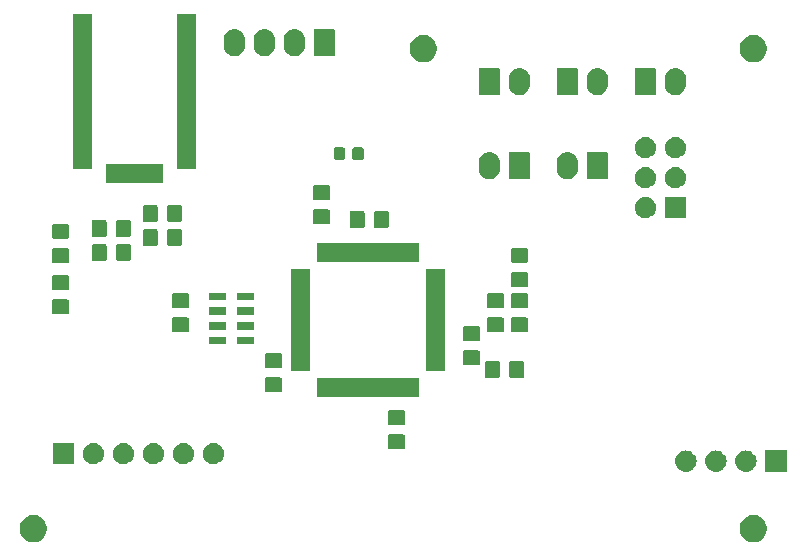
<source format=gts>
G04 #@! TF.GenerationSoftware,KiCad,Pcbnew,5.0.1*
G04 #@! TF.CreationDate,2018-11-02T19:05:43-05:00*
G04 #@! TF.ProjectId,RDP-Environmental,5244502D456E7669726F6E6D656E7461,01*
G04 #@! TF.SameCoordinates,Original*
G04 #@! TF.FileFunction,Soldermask,Top*
G04 #@! TF.FilePolarity,Negative*
%FSLAX46Y46*%
G04 Gerber Fmt 4.6, Leading zero omitted, Abs format (unit mm)*
G04 Created by KiCad (PCBNEW 5.0.1) date Fri 02 Nov 2018 07:05:43 PM CDT*
%MOMM*%
%LPD*%
G01*
G04 APERTURE LIST*
%ADD10C,0.100000*%
G04 APERTURE END LIST*
D10*
G36*
X89235734Y-64933232D02*
X89445202Y-65019996D01*
X89633723Y-65145962D01*
X89794038Y-65306277D01*
X89920004Y-65494798D01*
X90006768Y-65704266D01*
X90051000Y-65926635D01*
X90051000Y-66153365D01*
X90006768Y-66375734D01*
X89920004Y-66585202D01*
X89794038Y-66773723D01*
X89633723Y-66934038D01*
X89445202Y-67060004D01*
X89235734Y-67146768D01*
X89013365Y-67191000D01*
X88786635Y-67191000D01*
X88564266Y-67146768D01*
X88354798Y-67060004D01*
X88166277Y-66934038D01*
X88005962Y-66773723D01*
X87879996Y-66585202D01*
X87793232Y-66375734D01*
X87749000Y-66153365D01*
X87749000Y-65926635D01*
X87793232Y-65704266D01*
X87879996Y-65494798D01*
X88005962Y-65306277D01*
X88166277Y-65145962D01*
X88354798Y-65019996D01*
X88564266Y-64933232D01*
X88786635Y-64889000D01*
X89013365Y-64889000D01*
X89235734Y-64933232D01*
X89235734Y-64933232D01*
G37*
G36*
X28275734Y-64933232D02*
X28485202Y-65019996D01*
X28673723Y-65145962D01*
X28834038Y-65306277D01*
X28960004Y-65494798D01*
X29046768Y-65704266D01*
X29091000Y-65926635D01*
X29091000Y-66153365D01*
X29046768Y-66375734D01*
X28960004Y-66585202D01*
X28834038Y-66773723D01*
X28673723Y-66934038D01*
X28485202Y-67060004D01*
X28275734Y-67146768D01*
X28053365Y-67191000D01*
X27826635Y-67191000D01*
X27604266Y-67146768D01*
X27394798Y-67060004D01*
X27206277Y-66934038D01*
X27045962Y-66773723D01*
X26919996Y-66585202D01*
X26833232Y-66375734D01*
X26789000Y-66153365D01*
X26789000Y-65926635D01*
X26833232Y-65704266D01*
X26919996Y-65494798D01*
X27045962Y-65306277D01*
X27206277Y-65145962D01*
X27394798Y-65019996D01*
X27604266Y-64933232D01*
X27826635Y-64889000D01*
X28053365Y-64889000D01*
X28275734Y-64933232D01*
X28275734Y-64933232D01*
G37*
G36*
X85835442Y-59430518D02*
X85901627Y-59437037D01*
X86014853Y-59471384D01*
X86071467Y-59488557D01*
X86210087Y-59562652D01*
X86227991Y-59572222D01*
X86263729Y-59601552D01*
X86365186Y-59684814D01*
X86448448Y-59786271D01*
X86477778Y-59822009D01*
X86477779Y-59822011D01*
X86561443Y-59978533D01*
X86561443Y-59978534D01*
X86612963Y-60148373D01*
X86630359Y-60325000D01*
X86612963Y-60501627D01*
X86605435Y-60526443D01*
X86561443Y-60671467D01*
X86487348Y-60810087D01*
X86477778Y-60827991D01*
X86448448Y-60863729D01*
X86365186Y-60965186D01*
X86263729Y-61048448D01*
X86227991Y-61077778D01*
X86227989Y-61077779D01*
X86071467Y-61161443D01*
X86014853Y-61178616D01*
X85901627Y-61212963D01*
X85835442Y-61219482D01*
X85769260Y-61226000D01*
X85680740Y-61226000D01*
X85614558Y-61219482D01*
X85548373Y-61212963D01*
X85435147Y-61178616D01*
X85378533Y-61161443D01*
X85222011Y-61077779D01*
X85222009Y-61077778D01*
X85186271Y-61048448D01*
X85084814Y-60965186D01*
X85001552Y-60863729D01*
X84972222Y-60827991D01*
X84962652Y-60810087D01*
X84888557Y-60671467D01*
X84844565Y-60526443D01*
X84837037Y-60501627D01*
X84819641Y-60325000D01*
X84837037Y-60148373D01*
X84888557Y-59978534D01*
X84888557Y-59978533D01*
X84972221Y-59822011D01*
X84972222Y-59822009D01*
X85001552Y-59786271D01*
X85084814Y-59684814D01*
X85186271Y-59601552D01*
X85222009Y-59572222D01*
X85239913Y-59562652D01*
X85378533Y-59488557D01*
X85435147Y-59471384D01*
X85548373Y-59437037D01*
X85614558Y-59430518D01*
X85680740Y-59424000D01*
X85769260Y-59424000D01*
X85835442Y-59430518D01*
X85835442Y-59430518D01*
G37*
G36*
X83295442Y-59430518D02*
X83361627Y-59437037D01*
X83474853Y-59471384D01*
X83531467Y-59488557D01*
X83670087Y-59562652D01*
X83687991Y-59572222D01*
X83723729Y-59601552D01*
X83825186Y-59684814D01*
X83908448Y-59786271D01*
X83937778Y-59822009D01*
X83937779Y-59822011D01*
X84021443Y-59978533D01*
X84021443Y-59978534D01*
X84072963Y-60148373D01*
X84090359Y-60325000D01*
X84072963Y-60501627D01*
X84065435Y-60526443D01*
X84021443Y-60671467D01*
X83947348Y-60810087D01*
X83937778Y-60827991D01*
X83908448Y-60863729D01*
X83825186Y-60965186D01*
X83723729Y-61048448D01*
X83687991Y-61077778D01*
X83687989Y-61077779D01*
X83531467Y-61161443D01*
X83474853Y-61178616D01*
X83361627Y-61212963D01*
X83295442Y-61219482D01*
X83229260Y-61226000D01*
X83140740Y-61226000D01*
X83074558Y-61219482D01*
X83008373Y-61212963D01*
X82895147Y-61178616D01*
X82838533Y-61161443D01*
X82682011Y-61077779D01*
X82682009Y-61077778D01*
X82646271Y-61048448D01*
X82544814Y-60965186D01*
X82461552Y-60863729D01*
X82432222Y-60827991D01*
X82422652Y-60810087D01*
X82348557Y-60671467D01*
X82304565Y-60526443D01*
X82297037Y-60501627D01*
X82279641Y-60325000D01*
X82297037Y-60148373D01*
X82348557Y-59978534D01*
X82348557Y-59978533D01*
X82432221Y-59822011D01*
X82432222Y-59822009D01*
X82461552Y-59786271D01*
X82544814Y-59684814D01*
X82646271Y-59601552D01*
X82682009Y-59572222D01*
X82699913Y-59562652D01*
X82838533Y-59488557D01*
X82895147Y-59471384D01*
X83008373Y-59437037D01*
X83074558Y-59430518D01*
X83140740Y-59424000D01*
X83229260Y-59424000D01*
X83295442Y-59430518D01*
X83295442Y-59430518D01*
G37*
G36*
X91706000Y-61226000D02*
X89904000Y-61226000D01*
X89904000Y-59424000D01*
X91706000Y-59424000D01*
X91706000Y-61226000D01*
X91706000Y-61226000D01*
G37*
G36*
X88375442Y-59430518D02*
X88441627Y-59437037D01*
X88554853Y-59471384D01*
X88611467Y-59488557D01*
X88750087Y-59562652D01*
X88767991Y-59572222D01*
X88803729Y-59601552D01*
X88905186Y-59684814D01*
X88988448Y-59786271D01*
X89017778Y-59822009D01*
X89017779Y-59822011D01*
X89101443Y-59978533D01*
X89101443Y-59978534D01*
X89152963Y-60148373D01*
X89170359Y-60325000D01*
X89152963Y-60501627D01*
X89145435Y-60526443D01*
X89101443Y-60671467D01*
X89027348Y-60810087D01*
X89017778Y-60827991D01*
X88988448Y-60863729D01*
X88905186Y-60965186D01*
X88803729Y-61048448D01*
X88767991Y-61077778D01*
X88767989Y-61077779D01*
X88611467Y-61161443D01*
X88554853Y-61178616D01*
X88441627Y-61212963D01*
X88375442Y-61219482D01*
X88309260Y-61226000D01*
X88220740Y-61226000D01*
X88154558Y-61219482D01*
X88088373Y-61212963D01*
X87975147Y-61178616D01*
X87918533Y-61161443D01*
X87762011Y-61077779D01*
X87762009Y-61077778D01*
X87726271Y-61048448D01*
X87624814Y-60965186D01*
X87541552Y-60863729D01*
X87512222Y-60827991D01*
X87502652Y-60810087D01*
X87428557Y-60671467D01*
X87384565Y-60526443D01*
X87377037Y-60501627D01*
X87359641Y-60325000D01*
X87377037Y-60148373D01*
X87428557Y-59978534D01*
X87428557Y-59978533D01*
X87512221Y-59822011D01*
X87512222Y-59822009D01*
X87541552Y-59786271D01*
X87624814Y-59684814D01*
X87726271Y-59601552D01*
X87762009Y-59572222D01*
X87779913Y-59562652D01*
X87918533Y-59488557D01*
X87975147Y-59471384D01*
X88088373Y-59437037D01*
X88154558Y-59430518D01*
X88220740Y-59424000D01*
X88309260Y-59424000D01*
X88375442Y-59430518D01*
X88375442Y-59430518D01*
G37*
G36*
X35670442Y-58795518D02*
X35736627Y-58802037D01*
X35849853Y-58836384D01*
X35906467Y-58853557D01*
X36045087Y-58927652D01*
X36062991Y-58937222D01*
X36098729Y-58966552D01*
X36200186Y-59049814D01*
X36282391Y-59149983D01*
X36312778Y-59187009D01*
X36312779Y-59187011D01*
X36396443Y-59343533D01*
X36396443Y-59343534D01*
X36447963Y-59513373D01*
X36465359Y-59690000D01*
X36447963Y-59866627D01*
X36414017Y-59978533D01*
X36396443Y-60036467D01*
X36336627Y-60148373D01*
X36312778Y-60192991D01*
X36283448Y-60228729D01*
X36200186Y-60330186D01*
X36098729Y-60413448D01*
X36062991Y-60442778D01*
X36062989Y-60442779D01*
X35906467Y-60526443D01*
X35849853Y-60543616D01*
X35736627Y-60577963D01*
X35670443Y-60584481D01*
X35604260Y-60591000D01*
X35515740Y-60591000D01*
X35449557Y-60584481D01*
X35383373Y-60577963D01*
X35270147Y-60543616D01*
X35213533Y-60526443D01*
X35057011Y-60442779D01*
X35057009Y-60442778D01*
X35021271Y-60413448D01*
X34919814Y-60330186D01*
X34836552Y-60228729D01*
X34807222Y-60192991D01*
X34783373Y-60148373D01*
X34723557Y-60036467D01*
X34705983Y-59978533D01*
X34672037Y-59866627D01*
X34654641Y-59690000D01*
X34672037Y-59513373D01*
X34723557Y-59343534D01*
X34723557Y-59343533D01*
X34807221Y-59187011D01*
X34807222Y-59187009D01*
X34837609Y-59149983D01*
X34919814Y-59049814D01*
X35021271Y-58966552D01*
X35057009Y-58937222D01*
X35074913Y-58927652D01*
X35213533Y-58853557D01*
X35270147Y-58836384D01*
X35383373Y-58802037D01*
X35449558Y-58795518D01*
X35515740Y-58789000D01*
X35604260Y-58789000D01*
X35670442Y-58795518D01*
X35670442Y-58795518D01*
G37*
G36*
X40750442Y-58795518D02*
X40816627Y-58802037D01*
X40929853Y-58836384D01*
X40986467Y-58853557D01*
X41125087Y-58927652D01*
X41142991Y-58937222D01*
X41178729Y-58966552D01*
X41280186Y-59049814D01*
X41362391Y-59149983D01*
X41392778Y-59187009D01*
X41392779Y-59187011D01*
X41476443Y-59343533D01*
X41476443Y-59343534D01*
X41527963Y-59513373D01*
X41545359Y-59690000D01*
X41527963Y-59866627D01*
X41494017Y-59978533D01*
X41476443Y-60036467D01*
X41416627Y-60148373D01*
X41392778Y-60192991D01*
X41363448Y-60228729D01*
X41280186Y-60330186D01*
X41178729Y-60413448D01*
X41142991Y-60442778D01*
X41142989Y-60442779D01*
X40986467Y-60526443D01*
X40929853Y-60543616D01*
X40816627Y-60577963D01*
X40750443Y-60584481D01*
X40684260Y-60591000D01*
X40595740Y-60591000D01*
X40529557Y-60584481D01*
X40463373Y-60577963D01*
X40350147Y-60543616D01*
X40293533Y-60526443D01*
X40137011Y-60442779D01*
X40137009Y-60442778D01*
X40101271Y-60413448D01*
X39999814Y-60330186D01*
X39916552Y-60228729D01*
X39887222Y-60192991D01*
X39863373Y-60148373D01*
X39803557Y-60036467D01*
X39785983Y-59978533D01*
X39752037Y-59866627D01*
X39734641Y-59690000D01*
X39752037Y-59513373D01*
X39803557Y-59343534D01*
X39803557Y-59343533D01*
X39887221Y-59187011D01*
X39887222Y-59187009D01*
X39917609Y-59149983D01*
X39999814Y-59049814D01*
X40101271Y-58966552D01*
X40137009Y-58937222D01*
X40154913Y-58927652D01*
X40293533Y-58853557D01*
X40350147Y-58836384D01*
X40463373Y-58802037D01*
X40529558Y-58795518D01*
X40595740Y-58789000D01*
X40684260Y-58789000D01*
X40750442Y-58795518D01*
X40750442Y-58795518D01*
G37*
G36*
X43290442Y-58795518D02*
X43356627Y-58802037D01*
X43469853Y-58836384D01*
X43526467Y-58853557D01*
X43665087Y-58927652D01*
X43682991Y-58937222D01*
X43718729Y-58966552D01*
X43820186Y-59049814D01*
X43902391Y-59149983D01*
X43932778Y-59187009D01*
X43932779Y-59187011D01*
X44016443Y-59343533D01*
X44016443Y-59343534D01*
X44067963Y-59513373D01*
X44085359Y-59690000D01*
X44067963Y-59866627D01*
X44034017Y-59978533D01*
X44016443Y-60036467D01*
X43956627Y-60148373D01*
X43932778Y-60192991D01*
X43903448Y-60228729D01*
X43820186Y-60330186D01*
X43718729Y-60413448D01*
X43682991Y-60442778D01*
X43682989Y-60442779D01*
X43526467Y-60526443D01*
X43469853Y-60543616D01*
X43356627Y-60577963D01*
X43290443Y-60584481D01*
X43224260Y-60591000D01*
X43135740Y-60591000D01*
X43069557Y-60584481D01*
X43003373Y-60577963D01*
X42890147Y-60543616D01*
X42833533Y-60526443D01*
X42677011Y-60442779D01*
X42677009Y-60442778D01*
X42641271Y-60413448D01*
X42539814Y-60330186D01*
X42456552Y-60228729D01*
X42427222Y-60192991D01*
X42403373Y-60148373D01*
X42343557Y-60036467D01*
X42325983Y-59978533D01*
X42292037Y-59866627D01*
X42274641Y-59690000D01*
X42292037Y-59513373D01*
X42343557Y-59343534D01*
X42343557Y-59343533D01*
X42427221Y-59187011D01*
X42427222Y-59187009D01*
X42457609Y-59149983D01*
X42539814Y-59049814D01*
X42641271Y-58966552D01*
X42677009Y-58937222D01*
X42694913Y-58927652D01*
X42833533Y-58853557D01*
X42890147Y-58836384D01*
X43003373Y-58802037D01*
X43069558Y-58795518D01*
X43135740Y-58789000D01*
X43224260Y-58789000D01*
X43290442Y-58795518D01*
X43290442Y-58795518D01*
G37*
G36*
X31381000Y-60591000D02*
X29579000Y-60591000D01*
X29579000Y-58789000D01*
X31381000Y-58789000D01*
X31381000Y-60591000D01*
X31381000Y-60591000D01*
G37*
G36*
X33130442Y-58795518D02*
X33196627Y-58802037D01*
X33309853Y-58836384D01*
X33366467Y-58853557D01*
X33505087Y-58927652D01*
X33522991Y-58937222D01*
X33558729Y-58966552D01*
X33660186Y-59049814D01*
X33742391Y-59149983D01*
X33772778Y-59187009D01*
X33772779Y-59187011D01*
X33856443Y-59343533D01*
X33856443Y-59343534D01*
X33907963Y-59513373D01*
X33925359Y-59690000D01*
X33907963Y-59866627D01*
X33874017Y-59978533D01*
X33856443Y-60036467D01*
X33796627Y-60148373D01*
X33772778Y-60192991D01*
X33743448Y-60228729D01*
X33660186Y-60330186D01*
X33558729Y-60413448D01*
X33522991Y-60442778D01*
X33522989Y-60442779D01*
X33366467Y-60526443D01*
X33309853Y-60543616D01*
X33196627Y-60577963D01*
X33130443Y-60584481D01*
X33064260Y-60591000D01*
X32975740Y-60591000D01*
X32909557Y-60584481D01*
X32843373Y-60577963D01*
X32730147Y-60543616D01*
X32673533Y-60526443D01*
X32517011Y-60442779D01*
X32517009Y-60442778D01*
X32481271Y-60413448D01*
X32379814Y-60330186D01*
X32296552Y-60228729D01*
X32267222Y-60192991D01*
X32243373Y-60148373D01*
X32183557Y-60036467D01*
X32165983Y-59978533D01*
X32132037Y-59866627D01*
X32114641Y-59690000D01*
X32132037Y-59513373D01*
X32183557Y-59343534D01*
X32183557Y-59343533D01*
X32267221Y-59187011D01*
X32267222Y-59187009D01*
X32297609Y-59149983D01*
X32379814Y-59049814D01*
X32481271Y-58966552D01*
X32517009Y-58937222D01*
X32534913Y-58927652D01*
X32673533Y-58853557D01*
X32730147Y-58836384D01*
X32843373Y-58802037D01*
X32909558Y-58795518D01*
X32975740Y-58789000D01*
X33064260Y-58789000D01*
X33130442Y-58795518D01*
X33130442Y-58795518D01*
G37*
G36*
X38210442Y-58795518D02*
X38276627Y-58802037D01*
X38389853Y-58836384D01*
X38446467Y-58853557D01*
X38585087Y-58927652D01*
X38602991Y-58937222D01*
X38638729Y-58966552D01*
X38740186Y-59049814D01*
X38822391Y-59149983D01*
X38852778Y-59187009D01*
X38852779Y-59187011D01*
X38936443Y-59343533D01*
X38936443Y-59343534D01*
X38987963Y-59513373D01*
X39005359Y-59690000D01*
X38987963Y-59866627D01*
X38954017Y-59978533D01*
X38936443Y-60036467D01*
X38876627Y-60148373D01*
X38852778Y-60192991D01*
X38823448Y-60228729D01*
X38740186Y-60330186D01*
X38638729Y-60413448D01*
X38602991Y-60442778D01*
X38602989Y-60442779D01*
X38446467Y-60526443D01*
X38389853Y-60543616D01*
X38276627Y-60577963D01*
X38210443Y-60584481D01*
X38144260Y-60591000D01*
X38055740Y-60591000D01*
X37989557Y-60584481D01*
X37923373Y-60577963D01*
X37810147Y-60543616D01*
X37753533Y-60526443D01*
X37597011Y-60442779D01*
X37597009Y-60442778D01*
X37561271Y-60413448D01*
X37459814Y-60330186D01*
X37376552Y-60228729D01*
X37347222Y-60192991D01*
X37323373Y-60148373D01*
X37263557Y-60036467D01*
X37245983Y-59978533D01*
X37212037Y-59866627D01*
X37194641Y-59690000D01*
X37212037Y-59513373D01*
X37263557Y-59343534D01*
X37263557Y-59343533D01*
X37347221Y-59187011D01*
X37347222Y-59187009D01*
X37377609Y-59149983D01*
X37459814Y-59049814D01*
X37561271Y-58966552D01*
X37597009Y-58937222D01*
X37614913Y-58927652D01*
X37753533Y-58853557D01*
X37810147Y-58836384D01*
X37923373Y-58802037D01*
X37989558Y-58795518D01*
X38055740Y-58789000D01*
X38144260Y-58789000D01*
X38210442Y-58795518D01*
X38210442Y-58795518D01*
G37*
G36*
X59262677Y-58070465D02*
X59300364Y-58081898D01*
X59335103Y-58100466D01*
X59365548Y-58125452D01*
X59390534Y-58155897D01*
X59409102Y-58190636D01*
X59420535Y-58228323D01*
X59425000Y-58273661D01*
X59425000Y-59110339D01*
X59420535Y-59155677D01*
X59409102Y-59193364D01*
X59390534Y-59228103D01*
X59365548Y-59258548D01*
X59335103Y-59283534D01*
X59300364Y-59302102D01*
X59262677Y-59313535D01*
X59217339Y-59318000D01*
X58130661Y-59318000D01*
X58085323Y-59313535D01*
X58047636Y-59302102D01*
X58012897Y-59283534D01*
X57982452Y-59258548D01*
X57957466Y-59228103D01*
X57938898Y-59193364D01*
X57927465Y-59155677D01*
X57923000Y-59110339D01*
X57923000Y-58273661D01*
X57927465Y-58228323D01*
X57938898Y-58190636D01*
X57957466Y-58155897D01*
X57982452Y-58125452D01*
X58012897Y-58100466D01*
X58047636Y-58081898D01*
X58085323Y-58070465D01*
X58130661Y-58066000D01*
X59217339Y-58066000D01*
X59262677Y-58070465D01*
X59262677Y-58070465D01*
G37*
G36*
X59262677Y-56020465D02*
X59300364Y-56031898D01*
X59335103Y-56050466D01*
X59365548Y-56075452D01*
X59390534Y-56105897D01*
X59409102Y-56140636D01*
X59420535Y-56178323D01*
X59425000Y-56223661D01*
X59425000Y-57060339D01*
X59420535Y-57105677D01*
X59409102Y-57143364D01*
X59390534Y-57178103D01*
X59365548Y-57208548D01*
X59335103Y-57233534D01*
X59300364Y-57252102D01*
X59262677Y-57263535D01*
X59217339Y-57268000D01*
X58130661Y-57268000D01*
X58085323Y-57263535D01*
X58047636Y-57252102D01*
X58012897Y-57233534D01*
X57982452Y-57208548D01*
X57957466Y-57178103D01*
X57938898Y-57143364D01*
X57927465Y-57105677D01*
X57923000Y-57060339D01*
X57923000Y-56223661D01*
X57927465Y-56178323D01*
X57938898Y-56140636D01*
X57957466Y-56105897D01*
X57982452Y-56075452D01*
X58012897Y-56050466D01*
X58047636Y-56031898D01*
X58085323Y-56020465D01*
X58130661Y-56016000D01*
X59217339Y-56016000D01*
X59262677Y-56020465D01*
X59262677Y-56020465D01*
G37*
G36*
X60602000Y-54875000D02*
X51950000Y-54875000D01*
X51950000Y-53273000D01*
X60602000Y-53273000D01*
X60602000Y-54875000D01*
X60602000Y-54875000D01*
G37*
G36*
X48848677Y-53244465D02*
X48886364Y-53255898D01*
X48921103Y-53274466D01*
X48951548Y-53299452D01*
X48976534Y-53329897D01*
X48995102Y-53364636D01*
X49006535Y-53402323D01*
X49011000Y-53447661D01*
X49011000Y-54284339D01*
X49006535Y-54329677D01*
X48995102Y-54367364D01*
X48976534Y-54402103D01*
X48951548Y-54432548D01*
X48921103Y-54457534D01*
X48886364Y-54476102D01*
X48848677Y-54487535D01*
X48803339Y-54492000D01*
X47716661Y-54492000D01*
X47671323Y-54487535D01*
X47633636Y-54476102D01*
X47598897Y-54457534D01*
X47568452Y-54432548D01*
X47543466Y-54402103D01*
X47524898Y-54367364D01*
X47513465Y-54329677D01*
X47509000Y-54284339D01*
X47509000Y-53447661D01*
X47513465Y-53402323D01*
X47524898Y-53364636D01*
X47543466Y-53329897D01*
X47568452Y-53299452D01*
X47598897Y-53274466D01*
X47633636Y-53255898D01*
X47671323Y-53244465D01*
X47716661Y-53240000D01*
X48803339Y-53240000D01*
X48848677Y-53244465D01*
X48848677Y-53244465D01*
G37*
G36*
X67265677Y-51831465D02*
X67303364Y-51842898D01*
X67338103Y-51861466D01*
X67368548Y-51886452D01*
X67393534Y-51916897D01*
X67412102Y-51951636D01*
X67423535Y-51989323D01*
X67428000Y-52034661D01*
X67428000Y-53121339D01*
X67423535Y-53166677D01*
X67412102Y-53204364D01*
X67393534Y-53239103D01*
X67368548Y-53269548D01*
X67338103Y-53294534D01*
X67303364Y-53313102D01*
X67265677Y-53324535D01*
X67220339Y-53329000D01*
X66383661Y-53329000D01*
X66338323Y-53324535D01*
X66300636Y-53313102D01*
X66265897Y-53294534D01*
X66235452Y-53269548D01*
X66210466Y-53239103D01*
X66191898Y-53204364D01*
X66180465Y-53166677D01*
X66176000Y-53121339D01*
X66176000Y-52034661D01*
X66180465Y-51989323D01*
X66191898Y-51951636D01*
X66210466Y-51916897D01*
X66235452Y-51886452D01*
X66265897Y-51861466D01*
X66300636Y-51842898D01*
X66338323Y-51831465D01*
X66383661Y-51827000D01*
X67220339Y-51827000D01*
X67265677Y-51831465D01*
X67265677Y-51831465D01*
G37*
G36*
X69315677Y-51831465D02*
X69353364Y-51842898D01*
X69388103Y-51861466D01*
X69418548Y-51886452D01*
X69443534Y-51916897D01*
X69462102Y-51951636D01*
X69473535Y-51989323D01*
X69478000Y-52034661D01*
X69478000Y-53121339D01*
X69473535Y-53166677D01*
X69462102Y-53204364D01*
X69443534Y-53239103D01*
X69418548Y-53269548D01*
X69388103Y-53294534D01*
X69353364Y-53313102D01*
X69315677Y-53324535D01*
X69270339Y-53329000D01*
X68433661Y-53329000D01*
X68388323Y-53324535D01*
X68350636Y-53313102D01*
X68315897Y-53294534D01*
X68285452Y-53269548D01*
X68260466Y-53239103D01*
X68241898Y-53204364D01*
X68230465Y-53166677D01*
X68226000Y-53121339D01*
X68226000Y-52034661D01*
X68230465Y-51989323D01*
X68241898Y-51951636D01*
X68260466Y-51916897D01*
X68285452Y-51886452D01*
X68315897Y-51861466D01*
X68350636Y-51842898D01*
X68388323Y-51831465D01*
X68433661Y-51827000D01*
X69270339Y-51827000D01*
X69315677Y-51831465D01*
X69315677Y-51831465D01*
G37*
G36*
X62777000Y-52700000D02*
X61175000Y-52700000D01*
X61175000Y-44048000D01*
X62777000Y-44048000D01*
X62777000Y-52700000D01*
X62777000Y-52700000D01*
G37*
G36*
X51377000Y-52700000D02*
X49775000Y-52700000D01*
X49775000Y-44048000D01*
X51377000Y-44048000D01*
X51377000Y-52700000D01*
X51377000Y-52700000D01*
G37*
G36*
X48848677Y-51194465D02*
X48886364Y-51205898D01*
X48921103Y-51224466D01*
X48951548Y-51249452D01*
X48976534Y-51279897D01*
X48995102Y-51314636D01*
X49006535Y-51352323D01*
X49011000Y-51397661D01*
X49011000Y-52234339D01*
X49006535Y-52279677D01*
X48995102Y-52317364D01*
X48976534Y-52352103D01*
X48951548Y-52382548D01*
X48921103Y-52407534D01*
X48886364Y-52426102D01*
X48848677Y-52437535D01*
X48803339Y-52442000D01*
X47716661Y-52442000D01*
X47671323Y-52437535D01*
X47633636Y-52426102D01*
X47598897Y-52407534D01*
X47568452Y-52382548D01*
X47543466Y-52352103D01*
X47524898Y-52317364D01*
X47513465Y-52279677D01*
X47509000Y-52234339D01*
X47509000Y-51397661D01*
X47513465Y-51352323D01*
X47524898Y-51314636D01*
X47543466Y-51279897D01*
X47568452Y-51249452D01*
X47598897Y-51224466D01*
X47633636Y-51205898D01*
X47671323Y-51194465D01*
X47716661Y-51190000D01*
X48803339Y-51190000D01*
X48848677Y-51194465D01*
X48848677Y-51194465D01*
G37*
G36*
X65612677Y-50958465D02*
X65650364Y-50969898D01*
X65685103Y-50988466D01*
X65715548Y-51013452D01*
X65740534Y-51043897D01*
X65759102Y-51078636D01*
X65770535Y-51116323D01*
X65775000Y-51161661D01*
X65775000Y-51998339D01*
X65770535Y-52043677D01*
X65759102Y-52081364D01*
X65740534Y-52116103D01*
X65715548Y-52146548D01*
X65685103Y-52171534D01*
X65650364Y-52190102D01*
X65612677Y-52201535D01*
X65567339Y-52206000D01*
X64480661Y-52206000D01*
X64435323Y-52201535D01*
X64397636Y-52190102D01*
X64362897Y-52171534D01*
X64332452Y-52146548D01*
X64307466Y-52116103D01*
X64288898Y-52081364D01*
X64277465Y-52043677D01*
X64273000Y-51998339D01*
X64273000Y-51161661D01*
X64277465Y-51116323D01*
X64288898Y-51078636D01*
X64307466Y-51043897D01*
X64332452Y-51013452D01*
X64362897Y-50988466D01*
X64397636Y-50969898D01*
X64435323Y-50958465D01*
X64480661Y-50954000D01*
X65567339Y-50954000D01*
X65612677Y-50958465D01*
X65612677Y-50958465D01*
G37*
G36*
X46610000Y-50451000D02*
X45198000Y-50451000D01*
X45198000Y-49819000D01*
X46610000Y-49819000D01*
X46610000Y-50451000D01*
X46610000Y-50451000D01*
G37*
G36*
X44210000Y-50451000D02*
X42798000Y-50451000D01*
X42798000Y-49819000D01*
X44210000Y-49819000D01*
X44210000Y-50451000D01*
X44210000Y-50451000D01*
G37*
G36*
X65612677Y-48908465D02*
X65650364Y-48919898D01*
X65685103Y-48938466D01*
X65715548Y-48963452D01*
X65740534Y-48993897D01*
X65759102Y-49028636D01*
X65770535Y-49066323D01*
X65775000Y-49111661D01*
X65775000Y-49948339D01*
X65770535Y-49993677D01*
X65759102Y-50031364D01*
X65740534Y-50066103D01*
X65715548Y-50096548D01*
X65685103Y-50121534D01*
X65650364Y-50140102D01*
X65612677Y-50151535D01*
X65567339Y-50156000D01*
X64480661Y-50156000D01*
X64435323Y-50151535D01*
X64397636Y-50140102D01*
X64362897Y-50121534D01*
X64332452Y-50096548D01*
X64307466Y-50066103D01*
X64288898Y-50031364D01*
X64277465Y-49993677D01*
X64273000Y-49948339D01*
X64273000Y-49111661D01*
X64277465Y-49066323D01*
X64288898Y-49028636D01*
X64307466Y-48993897D01*
X64332452Y-48963452D01*
X64362897Y-48938466D01*
X64397636Y-48919898D01*
X64435323Y-48908465D01*
X64480661Y-48904000D01*
X65567339Y-48904000D01*
X65612677Y-48908465D01*
X65612677Y-48908465D01*
G37*
G36*
X67644677Y-48164465D02*
X67682364Y-48175898D01*
X67717103Y-48194466D01*
X67747548Y-48219452D01*
X67772534Y-48249897D01*
X67791102Y-48284636D01*
X67802535Y-48322323D01*
X67807000Y-48367661D01*
X67807000Y-49204339D01*
X67802535Y-49249677D01*
X67791102Y-49287364D01*
X67772534Y-49322103D01*
X67747548Y-49352548D01*
X67717103Y-49377534D01*
X67682364Y-49396102D01*
X67644677Y-49407535D01*
X67599339Y-49412000D01*
X66512661Y-49412000D01*
X66467323Y-49407535D01*
X66429636Y-49396102D01*
X66394897Y-49377534D01*
X66364452Y-49352548D01*
X66339466Y-49322103D01*
X66320898Y-49287364D01*
X66309465Y-49249677D01*
X66305000Y-49204339D01*
X66305000Y-48367661D01*
X66309465Y-48322323D01*
X66320898Y-48284636D01*
X66339466Y-48249897D01*
X66364452Y-48219452D01*
X66394897Y-48194466D01*
X66429636Y-48175898D01*
X66467323Y-48164465D01*
X66512661Y-48160000D01*
X67599339Y-48160000D01*
X67644677Y-48164465D01*
X67644677Y-48164465D01*
G37*
G36*
X40974677Y-48164465D02*
X41012364Y-48175898D01*
X41047103Y-48194466D01*
X41077548Y-48219452D01*
X41102534Y-48249897D01*
X41121102Y-48284636D01*
X41132535Y-48322323D01*
X41137000Y-48367661D01*
X41137000Y-49204339D01*
X41132535Y-49249677D01*
X41121102Y-49287364D01*
X41102534Y-49322103D01*
X41077548Y-49352548D01*
X41047103Y-49377534D01*
X41012364Y-49396102D01*
X40974677Y-49407535D01*
X40929339Y-49412000D01*
X39842661Y-49412000D01*
X39797323Y-49407535D01*
X39759636Y-49396102D01*
X39724897Y-49377534D01*
X39694452Y-49352548D01*
X39669466Y-49322103D01*
X39650898Y-49287364D01*
X39639465Y-49249677D01*
X39635000Y-49204339D01*
X39635000Y-48367661D01*
X39639465Y-48322323D01*
X39650898Y-48284636D01*
X39669466Y-48249897D01*
X39694452Y-48219452D01*
X39724897Y-48194466D01*
X39759636Y-48175898D01*
X39797323Y-48164465D01*
X39842661Y-48160000D01*
X40929339Y-48160000D01*
X40974677Y-48164465D01*
X40974677Y-48164465D01*
G37*
G36*
X69676677Y-48164465D02*
X69714364Y-48175898D01*
X69749103Y-48194466D01*
X69779548Y-48219452D01*
X69804534Y-48249897D01*
X69823102Y-48284636D01*
X69834535Y-48322323D01*
X69839000Y-48367661D01*
X69839000Y-49204339D01*
X69834535Y-49249677D01*
X69823102Y-49287364D01*
X69804534Y-49322103D01*
X69779548Y-49352548D01*
X69749103Y-49377534D01*
X69714364Y-49396102D01*
X69676677Y-49407535D01*
X69631339Y-49412000D01*
X68544661Y-49412000D01*
X68499323Y-49407535D01*
X68461636Y-49396102D01*
X68426897Y-49377534D01*
X68396452Y-49352548D01*
X68371466Y-49322103D01*
X68352898Y-49287364D01*
X68341465Y-49249677D01*
X68337000Y-49204339D01*
X68337000Y-48367661D01*
X68341465Y-48322323D01*
X68352898Y-48284636D01*
X68371466Y-48249897D01*
X68396452Y-48219452D01*
X68426897Y-48194466D01*
X68461636Y-48175898D01*
X68499323Y-48164465D01*
X68544661Y-48160000D01*
X69631339Y-48160000D01*
X69676677Y-48164465D01*
X69676677Y-48164465D01*
G37*
G36*
X44210000Y-49201000D02*
X42798000Y-49201000D01*
X42798000Y-48569000D01*
X44210000Y-48569000D01*
X44210000Y-49201000D01*
X44210000Y-49201000D01*
G37*
G36*
X46610000Y-49201000D02*
X45198000Y-49201000D01*
X45198000Y-48569000D01*
X46610000Y-48569000D01*
X46610000Y-49201000D01*
X46610000Y-49201000D01*
G37*
G36*
X44210000Y-47951000D02*
X42798000Y-47951000D01*
X42798000Y-47319000D01*
X44210000Y-47319000D01*
X44210000Y-47951000D01*
X44210000Y-47951000D01*
G37*
G36*
X46610000Y-47951000D02*
X45198000Y-47951000D01*
X45198000Y-47319000D01*
X46610000Y-47319000D01*
X46610000Y-47951000D01*
X46610000Y-47951000D01*
G37*
G36*
X30814677Y-46640465D02*
X30852364Y-46651898D01*
X30887103Y-46670466D01*
X30917548Y-46695452D01*
X30942534Y-46725897D01*
X30961102Y-46760636D01*
X30972535Y-46798323D01*
X30977000Y-46843661D01*
X30977000Y-47680339D01*
X30972535Y-47725677D01*
X30961102Y-47763364D01*
X30942534Y-47798103D01*
X30917548Y-47828548D01*
X30887103Y-47853534D01*
X30852364Y-47872102D01*
X30814677Y-47883535D01*
X30769339Y-47888000D01*
X29682661Y-47888000D01*
X29637323Y-47883535D01*
X29599636Y-47872102D01*
X29564897Y-47853534D01*
X29534452Y-47828548D01*
X29509466Y-47798103D01*
X29490898Y-47763364D01*
X29479465Y-47725677D01*
X29475000Y-47680339D01*
X29475000Y-46843661D01*
X29479465Y-46798323D01*
X29490898Y-46760636D01*
X29509466Y-46725897D01*
X29534452Y-46695452D01*
X29564897Y-46670466D01*
X29599636Y-46651898D01*
X29637323Y-46640465D01*
X29682661Y-46636000D01*
X30769339Y-46636000D01*
X30814677Y-46640465D01*
X30814677Y-46640465D01*
G37*
G36*
X67644677Y-46114465D02*
X67682364Y-46125898D01*
X67717103Y-46144466D01*
X67747548Y-46169452D01*
X67772534Y-46199897D01*
X67791102Y-46234636D01*
X67802535Y-46272323D01*
X67807000Y-46317661D01*
X67807000Y-47154339D01*
X67802535Y-47199677D01*
X67791102Y-47237364D01*
X67772534Y-47272103D01*
X67747548Y-47302548D01*
X67717103Y-47327534D01*
X67682364Y-47346102D01*
X67644677Y-47357535D01*
X67599339Y-47362000D01*
X66512661Y-47362000D01*
X66467323Y-47357535D01*
X66429636Y-47346102D01*
X66394897Y-47327534D01*
X66364452Y-47302548D01*
X66339466Y-47272103D01*
X66320898Y-47237364D01*
X66309465Y-47199677D01*
X66305000Y-47154339D01*
X66305000Y-46317661D01*
X66309465Y-46272323D01*
X66320898Y-46234636D01*
X66339466Y-46199897D01*
X66364452Y-46169452D01*
X66394897Y-46144466D01*
X66429636Y-46125898D01*
X66467323Y-46114465D01*
X66512661Y-46110000D01*
X67599339Y-46110000D01*
X67644677Y-46114465D01*
X67644677Y-46114465D01*
G37*
G36*
X40974677Y-46114465D02*
X41012364Y-46125898D01*
X41047103Y-46144466D01*
X41077548Y-46169452D01*
X41102534Y-46199897D01*
X41121102Y-46234636D01*
X41132535Y-46272323D01*
X41137000Y-46317661D01*
X41137000Y-47154339D01*
X41132535Y-47199677D01*
X41121102Y-47237364D01*
X41102534Y-47272103D01*
X41077548Y-47302548D01*
X41047103Y-47327534D01*
X41012364Y-47346102D01*
X40974677Y-47357535D01*
X40929339Y-47362000D01*
X39842661Y-47362000D01*
X39797323Y-47357535D01*
X39759636Y-47346102D01*
X39724897Y-47327534D01*
X39694452Y-47302548D01*
X39669466Y-47272103D01*
X39650898Y-47237364D01*
X39639465Y-47199677D01*
X39635000Y-47154339D01*
X39635000Y-46317661D01*
X39639465Y-46272323D01*
X39650898Y-46234636D01*
X39669466Y-46199897D01*
X39694452Y-46169452D01*
X39724897Y-46144466D01*
X39759636Y-46125898D01*
X39797323Y-46114465D01*
X39842661Y-46110000D01*
X40929339Y-46110000D01*
X40974677Y-46114465D01*
X40974677Y-46114465D01*
G37*
G36*
X69676677Y-46114465D02*
X69714364Y-46125898D01*
X69749103Y-46144466D01*
X69779548Y-46169452D01*
X69804534Y-46199897D01*
X69823102Y-46234636D01*
X69834535Y-46272323D01*
X69839000Y-46317661D01*
X69839000Y-47154339D01*
X69834535Y-47199677D01*
X69823102Y-47237364D01*
X69804534Y-47272103D01*
X69779548Y-47302548D01*
X69749103Y-47327534D01*
X69714364Y-47346102D01*
X69676677Y-47357535D01*
X69631339Y-47362000D01*
X68544661Y-47362000D01*
X68499323Y-47357535D01*
X68461636Y-47346102D01*
X68426897Y-47327534D01*
X68396452Y-47302548D01*
X68371466Y-47272103D01*
X68352898Y-47237364D01*
X68341465Y-47199677D01*
X68337000Y-47154339D01*
X68337000Y-46317661D01*
X68341465Y-46272323D01*
X68352898Y-46234636D01*
X68371466Y-46199897D01*
X68396452Y-46169452D01*
X68426897Y-46144466D01*
X68461636Y-46125898D01*
X68499323Y-46114465D01*
X68544661Y-46110000D01*
X69631339Y-46110000D01*
X69676677Y-46114465D01*
X69676677Y-46114465D01*
G37*
G36*
X44210000Y-46701000D02*
X42798000Y-46701000D01*
X42798000Y-46069000D01*
X44210000Y-46069000D01*
X44210000Y-46701000D01*
X44210000Y-46701000D01*
G37*
G36*
X46610000Y-46701000D02*
X45198000Y-46701000D01*
X45198000Y-46069000D01*
X46610000Y-46069000D01*
X46610000Y-46701000D01*
X46610000Y-46701000D01*
G37*
G36*
X30814677Y-44590465D02*
X30852364Y-44601898D01*
X30887103Y-44620466D01*
X30917548Y-44645452D01*
X30942534Y-44675897D01*
X30961102Y-44710636D01*
X30972535Y-44748323D01*
X30977000Y-44793661D01*
X30977000Y-45630339D01*
X30972535Y-45675677D01*
X30961102Y-45713364D01*
X30942534Y-45748103D01*
X30917548Y-45778548D01*
X30887103Y-45803534D01*
X30852364Y-45822102D01*
X30814677Y-45833535D01*
X30769339Y-45838000D01*
X29682661Y-45838000D01*
X29637323Y-45833535D01*
X29599636Y-45822102D01*
X29564897Y-45803534D01*
X29534452Y-45778548D01*
X29509466Y-45748103D01*
X29490898Y-45713364D01*
X29479465Y-45675677D01*
X29475000Y-45630339D01*
X29475000Y-44793661D01*
X29479465Y-44748323D01*
X29490898Y-44710636D01*
X29509466Y-44675897D01*
X29534452Y-44645452D01*
X29564897Y-44620466D01*
X29599636Y-44601898D01*
X29637323Y-44590465D01*
X29682661Y-44586000D01*
X30769339Y-44586000D01*
X30814677Y-44590465D01*
X30814677Y-44590465D01*
G37*
G36*
X69676677Y-44336465D02*
X69714364Y-44347898D01*
X69749103Y-44366466D01*
X69779548Y-44391452D01*
X69804534Y-44421897D01*
X69823102Y-44456636D01*
X69834535Y-44494323D01*
X69839000Y-44539661D01*
X69839000Y-45376339D01*
X69834535Y-45421677D01*
X69823102Y-45459364D01*
X69804534Y-45494103D01*
X69779548Y-45524548D01*
X69749103Y-45549534D01*
X69714364Y-45568102D01*
X69676677Y-45579535D01*
X69631339Y-45584000D01*
X68544661Y-45584000D01*
X68499323Y-45579535D01*
X68461636Y-45568102D01*
X68426897Y-45549534D01*
X68396452Y-45524548D01*
X68371466Y-45494103D01*
X68352898Y-45459364D01*
X68341465Y-45421677D01*
X68337000Y-45376339D01*
X68337000Y-44539661D01*
X68341465Y-44494323D01*
X68352898Y-44456636D01*
X68371466Y-44421897D01*
X68396452Y-44391452D01*
X68426897Y-44366466D01*
X68461636Y-44347898D01*
X68499323Y-44336465D01*
X68544661Y-44332000D01*
X69631339Y-44332000D01*
X69676677Y-44336465D01*
X69676677Y-44336465D01*
G37*
G36*
X30814677Y-42313465D02*
X30852364Y-42324898D01*
X30887103Y-42343466D01*
X30917548Y-42368452D01*
X30942534Y-42398897D01*
X30961102Y-42433636D01*
X30972535Y-42471323D01*
X30977000Y-42516661D01*
X30977000Y-43353339D01*
X30972535Y-43398677D01*
X30961102Y-43436364D01*
X30942534Y-43471103D01*
X30917548Y-43501548D01*
X30887103Y-43526534D01*
X30852364Y-43545102D01*
X30814677Y-43556535D01*
X30769339Y-43561000D01*
X29682661Y-43561000D01*
X29637323Y-43556535D01*
X29599636Y-43545102D01*
X29564897Y-43526534D01*
X29534452Y-43501548D01*
X29509466Y-43471103D01*
X29490898Y-43436364D01*
X29479465Y-43398677D01*
X29475000Y-43353339D01*
X29475000Y-42516661D01*
X29479465Y-42471323D01*
X29490898Y-42433636D01*
X29509466Y-42398897D01*
X29534452Y-42368452D01*
X29564897Y-42343466D01*
X29599636Y-42324898D01*
X29637323Y-42313465D01*
X29682661Y-42309000D01*
X30769339Y-42309000D01*
X30814677Y-42313465D01*
X30814677Y-42313465D01*
G37*
G36*
X69676677Y-42286465D02*
X69714364Y-42297898D01*
X69749103Y-42316466D01*
X69779548Y-42341452D01*
X69804534Y-42371897D01*
X69823102Y-42406636D01*
X69834535Y-42444323D01*
X69839000Y-42489661D01*
X69839000Y-43326339D01*
X69834535Y-43371677D01*
X69823102Y-43409364D01*
X69804534Y-43444103D01*
X69779548Y-43474548D01*
X69749103Y-43499534D01*
X69714364Y-43518102D01*
X69676677Y-43529535D01*
X69631339Y-43534000D01*
X68544661Y-43534000D01*
X68499323Y-43529535D01*
X68461636Y-43518102D01*
X68426897Y-43499534D01*
X68396452Y-43474548D01*
X68371466Y-43444103D01*
X68352898Y-43409364D01*
X68341465Y-43371677D01*
X68337000Y-43326339D01*
X68337000Y-42489661D01*
X68341465Y-42444323D01*
X68352898Y-42406636D01*
X68371466Y-42371897D01*
X68396452Y-42341452D01*
X68426897Y-42316466D01*
X68461636Y-42297898D01*
X68499323Y-42286465D01*
X68544661Y-42282000D01*
X69631339Y-42282000D01*
X69676677Y-42286465D01*
X69676677Y-42286465D01*
G37*
G36*
X60602000Y-43475000D02*
X51950000Y-43475000D01*
X51950000Y-41873000D01*
X60602000Y-41873000D01*
X60602000Y-43475000D01*
X60602000Y-43475000D01*
G37*
G36*
X33982677Y-41925465D02*
X34020364Y-41936898D01*
X34055103Y-41955466D01*
X34085548Y-41980452D01*
X34110534Y-42010897D01*
X34129102Y-42045636D01*
X34140535Y-42083323D01*
X34145000Y-42128661D01*
X34145000Y-43215339D01*
X34140535Y-43260677D01*
X34129102Y-43298364D01*
X34110534Y-43333103D01*
X34085548Y-43363548D01*
X34055103Y-43388534D01*
X34020364Y-43407102D01*
X33982677Y-43418535D01*
X33937339Y-43423000D01*
X33100661Y-43423000D01*
X33055323Y-43418535D01*
X33017636Y-43407102D01*
X32982897Y-43388534D01*
X32952452Y-43363548D01*
X32927466Y-43333103D01*
X32908898Y-43298364D01*
X32897465Y-43260677D01*
X32893000Y-43215339D01*
X32893000Y-42128661D01*
X32897465Y-42083323D01*
X32908898Y-42045636D01*
X32927466Y-42010897D01*
X32952452Y-41980452D01*
X32982897Y-41955466D01*
X33017636Y-41936898D01*
X33055323Y-41925465D01*
X33100661Y-41921000D01*
X33937339Y-41921000D01*
X33982677Y-41925465D01*
X33982677Y-41925465D01*
G37*
G36*
X36032677Y-41925465D02*
X36070364Y-41936898D01*
X36105103Y-41955466D01*
X36135548Y-41980452D01*
X36160534Y-42010897D01*
X36179102Y-42045636D01*
X36190535Y-42083323D01*
X36195000Y-42128661D01*
X36195000Y-43215339D01*
X36190535Y-43260677D01*
X36179102Y-43298364D01*
X36160534Y-43333103D01*
X36135548Y-43363548D01*
X36105103Y-43388534D01*
X36070364Y-43407102D01*
X36032677Y-43418535D01*
X35987339Y-43423000D01*
X35150661Y-43423000D01*
X35105323Y-43418535D01*
X35067636Y-43407102D01*
X35032897Y-43388534D01*
X35002452Y-43363548D01*
X34977466Y-43333103D01*
X34958898Y-43298364D01*
X34947465Y-43260677D01*
X34943000Y-43215339D01*
X34943000Y-42128661D01*
X34947465Y-42083323D01*
X34958898Y-42045636D01*
X34977466Y-42010897D01*
X35002452Y-41980452D01*
X35032897Y-41955466D01*
X35067636Y-41936898D01*
X35105323Y-41925465D01*
X35150661Y-41921000D01*
X35987339Y-41921000D01*
X36032677Y-41925465D01*
X36032677Y-41925465D01*
G37*
G36*
X38300677Y-40655465D02*
X38338364Y-40666898D01*
X38373103Y-40685466D01*
X38403548Y-40710452D01*
X38428534Y-40740897D01*
X38447102Y-40775636D01*
X38458535Y-40813323D01*
X38463000Y-40858661D01*
X38463000Y-41945339D01*
X38458535Y-41990677D01*
X38447102Y-42028364D01*
X38428534Y-42063103D01*
X38403548Y-42093548D01*
X38373103Y-42118534D01*
X38338364Y-42137102D01*
X38300677Y-42148535D01*
X38255339Y-42153000D01*
X37418661Y-42153000D01*
X37373323Y-42148535D01*
X37335636Y-42137102D01*
X37300897Y-42118534D01*
X37270452Y-42093548D01*
X37245466Y-42063103D01*
X37226898Y-42028364D01*
X37215465Y-41990677D01*
X37211000Y-41945339D01*
X37211000Y-40858661D01*
X37215465Y-40813323D01*
X37226898Y-40775636D01*
X37245466Y-40740897D01*
X37270452Y-40710452D01*
X37300897Y-40685466D01*
X37335636Y-40666898D01*
X37373323Y-40655465D01*
X37418661Y-40651000D01*
X38255339Y-40651000D01*
X38300677Y-40655465D01*
X38300677Y-40655465D01*
G37*
G36*
X40350677Y-40655465D02*
X40388364Y-40666898D01*
X40423103Y-40685466D01*
X40453548Y-40710452D01*
X40478534Y-40740897D01*
X40497102Y-40775636D01*
X40508535Y-40813323D01*
X40513000Y-40858661D01*
X40513000Y-41945339D01*
X40508535Y-41990677D01*
X40497102Y-42028364D01*
X40478534Y-42063103D01*
X40453548Y-42093548D01*
X40423103Y-42118534D01*
X40388364Y-42137102D01*
X40350677Y-42148535D01*
X40305339Y-42153000D01*
X39468661Y-42153000D01*
X39423323Y-42148535D01*
X39385636Y-42137102D01*
X39350897Y-42118534D01*
X39320452Y-42093548D01*
X39295466Y-42063103D01*
X39276898Y-42028364D01*
X39265465Y-41990677D01*
X39261000Y-41945339D01*
X39261000Y-40858661D01*
X39265465Y-40813323D01*
X39276898Y-40775636D01*
X39295466Y-40740897D01*
X39320452Y-40710452D01*
X39350897Y-40685466D01*
X39385636Y-40666898D01*
X39423323Y-40655465D01*
X39468661Y-40651000D01*
X40305339Y-40651000D01*
X40350677Y-40655465D01*
X40350677Y-40655465D01*
G37*
G36*
X30814677Y-40263465D02*
X30852364Y-40274898D01*
X30887103Y-40293466D01*
X30917548Y-40318452D01*
X30942534Y-40348897D01*
X30961102Y-40383636D01*
X30972535Y-40421323D01*
X30977000Y-40466661D01*
X30977000Y-41303339D01*
X30972535Y-41348677D01*
X30961102Y-41386364D01*
X30942534Y-41421103D01*
X30917548Y-41451548D01*
X30887103Y-41476534D01*
X30852364Y-41495102D01*
X30814677Y-41506535D01*
X30769339Y-41511000D01*
X29682661Y-41511000D01*
X29637323Y-41506535D01*
X29599636Y-41495102D01*
X29564897Y-41476534D01*
X29534452Y-41451548D01*
X29509466Y-41421103D01*
X29490898Y-41386364D01*
X29479465Y-41348677D01*
X29475000Y-41303339D01*
X29475000Y-40466661D01*
X29479465Y-40421323D01*
X29490898Y-40383636D01*
X29509466Y-40348897D01*
X29534452Y-40318452D01*
X29564897Y-40293466D01*
X29599636Y-40274898D01*
X29637323Y-40263465D01*
X29682661Y-40259000D01*
X30769339Y-40259000D01*
X30814677Y-40263465D01*
X30814677Y-40263465D01*
G37*
G36*
X33973677Y-39893465D02*
X34011364Y-39904898D01*
X34046103Y-39923466D01*
X34076548Y-39948452D01*
X34101534Y-39978897D01*
X34120102Y-40013636D01*
X34131535Y-40051323D01*
X34136000Y-40096661D01*
X34136000Y-41183339D01*
X34131535Y-41228677D01*
X34120102Y-41266364D01*
X34101534Y-41301103D01*
X34076548Y-41331548D01*
X34046103Y-41356534D01*
X34011364Y-41375102D01*
X33973677Y-41386535D01*
X33928339Y-41391000D01*
X33091661Y-41391000D01*
X33046323Y-41386535D01*
X33008636Y-41375102D01*
X32973897Y-41356534D01*
X32943452Y-41331548D01*
X32918466Y-41301103D01*
X32899898Y-41266364D01*
X32888465Y-41228677D01*
X32884000Y-41183339D01*
X32884000Y-40096661D01*
X32888465Y-40051323D01*
X32899898Y-40013636D01*
X32918466Y-39978897D01*
X32943452Y-39948452D01*
X32973897Y-39923466D01*
X33008636Y-39904898D01*
X33046323Y-39893465D01*
X33091661Y-39889000D01*
X33928339Y-39889000D01*
X33973677Y-39893465D01*
X33973677Y-39893465D01*
G37*
G36*
X36023677Y-39893465D02*
X36061364Y-39904898D01*
X36096103Y-39923466D01*
X36126548Y-39948452D01*
X36151534Y-39978897D01*
X36170102Y-40013636D01*
X36181535Y-40051323D01*
X36186000Y-40096661D01*
X36186000Y-41183339D01*
X36181535Y-41228677D01*
X36170102Y-41266364D01*
X36151534Y-41301103D01*
X36126548Y-41331548D01*
X36096103Y-41356534D01*
X36061364Y-41375102D01*
X36023677Y-41386535D01*
X35978339Y-41391000D01*
X35141661Y-41391000D01*
X35096323Y-41386535D01*
X35058636Y-41375102D01*
X35023897Y-41356534D01*
X34993452Y-41331548D01*
X34968466Y-41301103D01*
X34949898Y-41266364D01*
X34938465Y-41228677D01*
X34934000Y-41183339D01*
X34934000Y-40096661D01*
X34938465Y-40051323D01*
X34949898Y-40013636D01*
X34968466Y-39978897D01*
X34993452Y-39948452D01*
X35023897Y-39923466D01*
X35058636Y-39904898D01*
X35096323Y-39893465D01*
X35141661Y-39889000D01*
X35978339Y-39889000D01*
X36023677Y-39893465D01*
X36023677Y-39893465D01*
G37*
G36*
X55817677Y-39131465D02*
X55855364Y-39142898D01*
X55890103Y-39161466D01*
X55920548Y-39186452D01*
X55945534Y-39216897D01*
X55964102Y-39251636D01*
X55975535Y-39289323D01*
X55980000Y-39334661D01*
X55980000Y-40421339D01*
X55975535Y-40466677D01*
X55964102Y-40504364D01*
X55945534Y-40539103D01*
X55920548Y-40569548D01*
X55890103Y-40594534D01*
X55855364Y-40613102D01*
X55817677Y-40624535D01*
X55772339Y-40629000D01*
X54935661Y-40629000D01*
X54890323Y-40624535D01*
X54852636Y-40613102D01*
X54817897Y-40594534D01*
X54787452Y-40569548D01*
X54762466Y-40539103D01*
X54743898Y-40504364D01*
X54732465Y-40466677D01*
X54728000Y-40421339D01*
X54728000Y-39334661D01*
X54732465Y-39289323D01*
X54743898Y-39251636D01*
X54762466Y-39216897D01*
X54787452Y-39186452D01*
X54817897Y-39161466D01*
X54852636Y-39142898D01*
X54890323Y-39131465D01*
X54935661Y-39127000D01*
X55772339Y-39127000D01*
X55817677Y-39131465D01*
X55817677Y-39131465D01*
G37*
G36*
X57867677Y-39131465D02*
X57905364Y-39142898D01*
X57940103Y-39161466D01*
X57970548Y-39186452D01*
X57995534Y-39216897D01*
X58014102Y-39251636D01*
X58025535Y-39289323D01*
X58030000Y-39334661D01*
X58030000Y-40421339D01*
X58025535Y-40466677D01*
X58014102Y-40504364D01*
X57995534Y-40539103D01*
X57970548Y-40569548D01*
X57940103Y-40594534D01*
X57905364Y-40613102D01*
X57867677Y-40624535D01*
X57822339Y-40629000D01*
X56985661Y-40629000D01*
X56940323Y-40624535D01*
X56902636Y-40613102D01*
X56867897Y-40594534D01*
X56837452Y-40569548D01*
X56812466Y-40539103D01*
X56793898Y-40504364D01*
X56782465Y-40466677D01*
X56778000Y-40421339D01*
X56778000Y-39334661D01*
X56782465Y-39289323D01*
X56793898Y-39251636D01*
X56812466Y-39216897D01*
X56837452Y-39186452D01*
X56867897Y-39161466D01*
X56902636Y-39142898D01*
X56940323Y-39131465D01*
X56985661Y-39127000D01*
X57822339Y-39127000D01*
X57867677Y-39131465D01*
X57867677Y-39131465D01*
G37*
G36*
X52912677Y-39020465D02*
X52950364Y-39031898D01*
X52985103Y-39050466D01*
X53015548Y-39075452D01*
X53040534Y-39105897D01*
X53059102Y-39140636D01*
X53070535Y-39178323D01*
X53075000Y-39223661D01*
X53075000Y-40060339D01*
X53070535Y-40105677D01*
X53059102Y-40143364D01*
X53040534Y-40178103D01*
X53015548Y-40208548D01*
X52985103Y-40233534D01*
X52950364Y-40252102D01*
X52912677Y-40263535D01*
X52867339Y-40268000D01*
X51780661Y-40268000D01*
X51735323Y-40263535D01*
X51697636Y-40252102D01*
X51662897Y-40233534D01*
X51632452Y-40208548D01*
X51607466Y-40178103D01*
X51588898Y-40143364D01*
X51577465Y-40105677D01*
X51573000Y-40060339D01*
X51573000Y-39223661D01*
X51577465Y-39178323D01*
X51588898Y-39140636D01*
X51607466Y-39105897D01*
X51632452Y-39075452D01*
X51662897Y-39050466D01*
X51697636Y-39031898D01*
X51735323Y-39020465D01*
X51780661Y-39016000D01*
X52867339Y-39016000D01*
X52912677Y-39020465D01*
X52912677Y-39020465D01*
G37*
G36*
X38300677Y-38623465D02*
X38338364Y-38634898D01*
X38373103Y-38653466D01*
X38403548Y-38678452D01*
X38428534Y-38708897D01*
X38447102Y-38743636D01*
X38458535Y-38781323D01*
X38463000Y-38826661D01*
X38463000Y-39913339D01*
X38458535Y-39958677D01*
X38447102Y-39996364D01*
X38428534Y-40031103D01*
X38403548Y-40061548D01*
X38373103Y-40086534D01*
X38338364Y-40105102D01*
X38300677Y-40116535D01*
X38255339Y-40121000D01*
X37418661Y-40121000D01*
X37373323Y-40116535D01*
X37335636Y-40105102D01*
X37300897Y-40086534D01*
X37270452Y-40061548D01*
X37245466Y-40031103D01*
X37226898Y-39996364D01*
X37215465Y-39958677D01*
X37211000Y-39913339D01*
X37211000Y-38826661D01*
X37215465Y-38781323D01*
X37226898Y-38743636D01*
X37245466Y-38708897D01*
X37270452Y-38678452D01*
X37300897Y-38653466D01*
X37335636Y-38634898D01*
X37373323Y-38623465D01*
X37418661Y-38619000D01*
X38255339Y-38619000D01*
X38300677Y-38623465D01*
X38300677Y-38623465D01*
G37*
G36*
X40350677Y-38623465D02*
X40388364Y-38634898D01*
X40423103Y-38653466D01*
X40453548Y-38678452D01*
X40478534Y-38708897D01*
X40497102Y-38743636D01*
X40508535Y-38781323D01*
X40513000Y-38826661D01*
X40513000Y-39913339D01*
X40508535Y-39958677D01*
X40497102Y-39996364D01*
X40478534Y-40031103D01*
X40453548Y-40061548D01*
X40423103Y-40086534D01*
X40388364Y-40105102D01*
X40350677Y-40116535D01*
X40305339Y-40121000D01*
X39468661Y-40121000D01*
X39423323Y-40116535D01*
X39385636Y-40105102D01*
X39350897Y-40086534D01*
X39320452Y-40061548D01*
X39295466Y-40031103D01*
X39276898Y-39996364D01*
X39265465Y-39958677D01*
X39261000Y-39913339D01*
X39261000Y-38826661D01*
X39265465Y-38781323D01*
X39276898Y-38743636D01*
X39295466Y-38708897D01*
X39320452Y-38678452D01*
X39350897Y-38653466D01*
X39385636Y-38634898D01*
X39423323Y-38623465D01*
X39468661Y-38619000D01*
X40305339Y-38619000D01*
X40350677Y-38623465D01*
X40350677Y-38623465D01*
G37*
G36*
X83197000Y-39763000D02*
X81395000Y-39763000D01*
X81395000Y-37961000D01*
X83197000Y-37961000D01*
X83197000Y-39763000D01*
X83197000Y-39763000D01*
G37*
G36*
X79866442Y-37967518D02*
X79932627Y-37974037D01*
X80045853Y-38008384D01*
X80102467Y-38025557D01*
X80229323Y-38093364D01*
X80258991Y-38109222D01*
X80281997Y-38128103D01*
X80396186Y-38221814D01*
X80479448Y-38323271D01*
X80508778Y-38359009D01*
X80508779Y-38359011D01*
X80592443Y-38515533D01*
X80592443Y-38515534D01*
X80643963Y-38685373D01*
X80661359Y-38862000D01*
X80643963Y-39038627D01*
X80623557Y-39105897D01*
X80592443Y-39208467D01*
X80549224Y-39289323D01*
X80508778Y-39364991D01*
X80480725Y-39399173D01*
X80396186Y-39502186D01*
X80294729Y-39585448D01*
X80258991Y-39614778D01*
X80258989Y-39614779D01*
X80102467Y-39698443D01*
X80045853Y-39715616D01*
X79932627Y-39749963D01*
X79866442Y-39756482D01*
X79800260Y-39763000D01*
X79711740Y-39763000D01*
X79645558Y-39756482D01*
X79579373Y-39749963D01*
X79466147Y-39715616D01*
X79409533Y-39698443D01*
X79253011Y-39614779D01*
X79253009Y-39614778D01*
X79217271Y-39585448D01*
X79115814Y-39502186D01*
X79031275Y-39399173D01*
X79003222Y-39364991D01*
X78962776Y-39289323D01*
X78919557Y-39208467D01*
X78888443Y-39105897D01*
X78868037Y-39038627D01*
X78850641Y-38862000D01*
X78868037Y-38685373D01*
X78919557Y-38515534D01*
X78919557Y-38515533D01*
X79003221Y-38359011D01*
X79003222Y-38359009D01*
X79032552Y-38323271D01*
X79115814Y-38221814D01*
X79230003Y-38128103D01*
X79253009Y-38109222D01*
X79282677Y-38093364D01*
X79409533Y-38025557D01*
X79466147Y-38008384D01*
X79579373Y-37974037D01*
X79645558Y-37967518D01*
X79711740Y-37961000D01*
X79800260Y-37961000D01*
X79866442Y-37967518D01*
X79866442Y-37967518D01*
G37*
G36*
X52912677Y-36970465D02*
X52950364Y-36981898D01*
X52985103Y-37000466D01*
X53015548Y-37025452D01*
X53040534Y-37055897D01*
X53059102Y-37090636D01*
X53070535Y-37128323D01*
X53075000Y-37173661D01*
X53075000Y-38010339D01*
X53070535Y-38055677D01*
X53059102Y-38093364D01*
X53040534Y-38128103D01*
X53015548Y-38158548D01*
X52985103Y-38183534D01*
X52950364Y-38202102D01*
X52912677Y-38213535D01*
X52867339Y-38218000D01*
X51780661Y-38218000D01*
X51735323Y-38213535D01*
X51697636Y-38202102D01*
X51662897Y-38183534D01*
X51632452Y-38158548D01*
X51607466Y-38128103D01*
X51588898Y-38093364D01*
X51577465Y-38055677D01*
X51573000Y-38010339D01*
X51573000Y-37173661D01*
X51577465Y-37128323D01*
X51588898Y-37090636D01*
X51607466Y-37055897D01*
X51632452Y-37025452D01*
X51662897Y-37000466D01*
X51697636Y-36981898D01*
X51735323Y-36970465D01*
X51780661Y-36966000D01*
X52867339Y-36966000D01*
X52912677Y-36970465D01*
X52912677Y-36970465D01*
G37*
G36*
X79866443Y-35427519D02*
X79932627Y-35434037D01*
X80045853Y-35468384D01*
X80102467Y-35485557D01*
X80236125Y-35557000D01*
X80258991Y-35569222D01*
X80273641Y-35581245D01*
X80396186Y-35681814D01*
X80479448Y-35783271D01*
X80508778Y-35819009D01*
X80508779Y-35819011D01*
X80592443Y-35975533D01*
X80592443Y-35975534D01*
X80643963Y-36145373D01*
X80661359Y-36322000D01*
X80643963Y-36498627D01*
X80609616Y-36611853D01*
X80592443Y-36668467D01*
X80545120Y-36757000D01*
X80508778Y-36824991D01*
X80479448Y-36860729D01*
X80396186Y-36962186D01*
X80294729Y-37045448D01*
X80258991Y-37074778D01*
X80258989Y-37074779D01*
X80102467Y-37158443D01*
X80052299Y-37173661D01*
X79932627Y-37209963D01*
X79866442Y-37216482D01*
X79800260Y-37223000D01*
X79711740Y-37223000D01*
X79645558Y-37216482D01*
X79579373Y-37209963D01*
X79459701Y-37173661D01*
X79409533Y-37158443D01*
X79253011Y-37074779D01*
X79253009Y-37074778D01*
X79217271Y-37045448D01*
X79115814Y-36962186D01*
X79032552Y-36860729D01*
X79003222Y-36824991D01*
X78966880Y-36757000D01*
X78919557Y-36668467D01*
X78902384Y-36611853D01*
X78868037Y-36498627D01*
X78850641Y-36322000D01*
X78868037Y-36145373D01*
X78919557Y-35975534D01*
X78919557Y-35975533D01*
X79003221Y-35819011D01*
X79003222Y-35819009D01*
X79032552Y-35783271D01*
X79115814Y-35681814D01*
X79238359Y-35581245D01*
X79253009Y-35569222D01*
X79275875Y-35557000D01*
X79409533Y-35485557D01*
X79466147Y-35468384D01*
X79579373Y-35434037D01*
X79645557Y-35427519D01*
X79711740Y-35421000D01*
X79800260Y-35421000D01*
X79866443Y-35427519D01*
X79866443Y-35427519D01*
G37*
G36*
X82406443Y-35427519D02*
X82472627Y-35434037D01*
X82585853Y-35468384D01*
X82642467Y-35485557D01*
X82776125Y-35557000D01*
X82798991Y-35569222D01*
X82813641Y-35581245D01*
X82936186Y-35681814D01*
X83019448Y-35783271D01*
X83048778Y-35819009D01*
X83048779Y-35819011D01*
X83132443Y-35975533D01*
X83132443Y-35975534D01*
X83183963Y-36145373D01*
X83201359Y-36322000D01*
X83183963Y-36498627D01*
X83149616Y-36611853D01*
X83132443Y-36668467D01*
X83085120Y-36757000D01*
X83048778Y-36824991D01*
X83019448Y-36860729D01*
X82936186Y-36962186D01*
X82834729Y-37045448D01*
X82798991Y-37074778D01*
X82798989Y-37074779D01*
X82642467Y-37158443D01*
X82592299Y-37173661D01*
X82472627Y-37209963D01*
X82406442Y-37216482D01*
X82340260Y-37223000D01*
X82251740Y-37223000D01*
X82185558Y-37216482D01*
X82119373Y-37209963D01*
X81999701Y-37173661D01*
X81949533Y-37158443D01*
X81793011Y-37074779D01*
X81793009Y-37074778D01*
X81757271Y-37045448D01*
X81655814Y-36962186D01*
X81572552Y-36860729D01*
X81543222Y-36824991D01*
X81506880Y-36757000D01*
X81459557Y-36668467D01*
X81442384Y-36611853D01*
X81408037Y-36498627D01*
X81390641Y-36322000D01*
X81408037Y-36145373D01*
X81459557Y-35975534D01*
X81459557Y-35975533D01*
X81543221Y-35819011D01*
X81543222Y-35819009D01*
X81572552Y-35783271D01*
X81655814Y-35681814D01*
X81778359Y-35581245D01*
X81793009Y-35569222D01*
X81815875Y-35557000D01*
X81949533Y-35485557D01*
X82006147Y-35468384D01*
X82119373Y-35434037D01*
X82185557Y-35427519D01*
X82251740Y-35421000D01*
X82340260Y-35421000D01*
X82406443Y-35427519D01*
X82406443Y-35427519D01*
G37*
G36*
X38895000Y-36757000D02*
X34093000Y-36757000D01*
X34093000Y-35155000D01*
X38895000Y-35155000D01*
X38895000Y-36757000D01*
X38895000Y-36757000D01*
G37*
G36*
X73332548Y-34168326D02*
X73448287Y-34203435D01*
X73506158Y-34220990D01*
X73529315Y-34233368D01*
X73666156Y-34306511D01*
X73806396Y-34421604D01*
X73921489Y-34561844D01*
X74007010Y-34721843D01*
X74059674Y-34895452D01*
X74073000Y-35030757D01*
X74073000Y-35581244D01*
X74059674Y-35716548D01*
X74028593Y-35819009D01*
X74007010Y-35890158D01*
X73961376Y-35975533D01*
X73921489Y-36050156D01*
X73806396Y-36190396D01*
X73666155Y-36305489D01*
X73564514Y-36359817D01*
X73506157Y-36391010D01*
X73459550Y-36405148D01*
X73332547Y-36443674D01*
X73152000Y-36461456D01*
X72971452Y-36443674D01*
X72844449Y-36405148D01*
X72797842Y-36391010D01*
X72701250Y-36339380D01*
X72637844Y-36305489D01*
X72497604Y-36190396D01*
X72382511Y-36050155D01*
X72296991Y-35890158D01*
X72296990Y-35890157D01*
X72275408Y-35819009D01*
X72244326Y-35716547D01*
X72231000Y-35581243D01*
X72231000Y-35030756D01*
X72244326Y-34895452D01*
X72296990Y-34721843D01*
X72296990Y-34721842D01*
X72382513Y-34561843D01*
X72386488Y-34557000D01*
X72497605Y-34421604D01*
X72637845Y-34306511D01*
X72774686Y-34233368D01*
X72797843Y-34220990D01*
X72855714Y-34203435D01*
X72971453Y-34168326D01*
X73152000Y-34150544D01*
X73332548Y-34168326D01*
X73332548Y-34168326D01*
G37*
G36*
X66728548Y-34168326D02*
X66844287Y-34203435D01*
X66902158Y-34220990D01*
X66925315Y-34233368D01*
X67062156Y-34306511D01*
X67202396Y-34421604D01*
X67317489Y-34561844D01*
X67403010Y-34721843D01*
X67455674Y-34895452D01*
X67469000Y-35030757D01*
X67469000Y-35581244D01*
X67455674Y-35716548D01*
X67424593Y-35819009D01*
X67403010Y-35890158D01*
X67357376Y-35975533D01*
X67317489Y-36050156D01*
X67202396Y-36190396D01*
X67062155Y-36305489D01*
X66960514Y-36359817D01*
X66902157Y-36391010D01*
X66855550Y-36405148D01*
X66728547Y-36443674D01*
X66548000Y-36461456D01*
X66367452Y-36443674D01*
X66240449Y-36405148D01*
X66193842Y-36391010D01*
X66097250Y-36339380D01*
X66033844Y-36305489D01*
X65893604Y-36190396D01*
X65778511Y-36050155D01*
X65692991Y-35890158D01*
X65692990Y-35890157D01*
X65671408Y-35819009D01*
X65640326Y-35716547D01*
X65627000Y-35581243D01*
X65627000Y-35030756D01*
X65640326Y-34895452D01*
X65692990Y-34721843D01*
X65692990Y-34721842D01*
X65778513Y-34561843D01*
X65782488Y-34557000D01*
X65893605Y-34421604D01*
X66033845Y-34306511D01*
X66170686Y-34233368D01*
X66193843Y-34220990D01*
X66251714Y-34203435D01*
X66367453Y-34168326D01*
X66548000Y-34150544D01*
X66728548Y-34168326D01*
X66728548Y-34168326D01*
G37*
G36*
X76471560Y-34158966D02*
X76504383Y-34168923D01*
X76534632Y-34185092D01*
X76561148Y-34206852D01*
X76582908Y-34233368D01*
X76599077Y-34263617D01*
X76609034Y-34296440D01*
X76613000Y-34336712D01*
X76613000Y-36275288D01*
X76609034Y-36315560D01*
X76599077Y-36348383D01*
X76582908Y-36378632D01*
X76561148Y-36405148D01*
X76534632Y-36426908D01*
X76504383Y-36443077D01*
X76471560Y-36453034D01*
X76431288Y-36457000D01*
X74952712Y-36457000D01*
X74912440Y-36453034D01*
X74879617Y-36443077D01*
X74849368Y-36426908D01*
X74822852Y-36405148D01*
X74801092Y-36378632D01*
X74784923Y-36348383D01*
X74774966Y-36315560D01*
X74771000Y-36275288D01*
X74771000Y-34336712D01*
X74774966Y-34296440D01*
X74784923Y-34263617D01*
X74801092Y-34233368D01*
X74822852Y-34206852D01*
X74849368Y-34185092D01*
X74879617Y-34168923D01*
X74912440Y-34158966D01*
X74952712Y-34155000D01*
X76431288Y-34155000D01*
X76471560Y-34158966D01*
X76471560Y-34158966D01*
G37*
G36*
X69867560Y-34158966D02*
X69900383Y-34168923D01*
X69930632Y-34185092D01*
X69957148Y-34206852D01*
X69978908Y-34233368D01*
X69995077Y-34263617D01*
X70005034Y-34296440D01*
X70009000Y-34336712D01*
X70009000Y-36275288D01*
X70005034Y-36315560D01*
X69995077Y-36348383D01*
X69978908Y-36378632D01*
X69957148Y-36405148D01*
X69930632Y-36426908D01*
X69900383Y-36443077D01*
X69867560Y-36453034D01*
X69827288Y-36457000D01*
X68348712Y-36457000D01*
X68308440Y-36453034D01*
X68275617Y-36443077D01*
X68245368Y-36426908D01*
X68218852Y-36405148D01*
X68197092Y-36378632D01*
X68180923Y-36348383D01*
X68170966Y-36315560D01*
X68167000Y-36275288D01*
X68167000Y-34336712D01*
X68170966Y-34296440D01*
X68180923Y-34263617D01*
X68197092Y-34233368D01*
X68218852Y-34206852D01*
X68245368Y-34185092D01*
X68275617Y-34168923D01*
X68308440Y-34158966D01*
X68348712Y-34155000D01*
X69827288Y-34155000D01*
X69867560Y-34158966D01*
X69867560Y-34158966D01*
G37*
G36*
X41695000Y-35557000D02*
X40093000Y-35557000D01*
X40093000Y-22455000D01*
X41695000Y-22455000D01*
X41695000Y-35557000D01*
X41695000Y-35557000D01*
G37*
G36*
X32895000Y-35557000D02*
X31293000Y-35557000D01*
X31293000Y-22455000D01*
X32895000Y-22455000D01*
X32895000Y-35557000D01*
X32895000Y-35557000D01*
G37*
G36*
X55765091Y-33768085D02*
X55799069Y-33778393D01*
X55830387Y-33795133D01*
X55857839Y-33817661D01*
X55880367Y-33845113D01*
X55897107Y-33876431D01*
X55907415Y-33910409D01*
X55911500Y-33951890D01*
X55911500Y-34628110D01*
X55907415Y-34669591D01*
X55897107Y-34703569D01*
X55880367Y-34734887D01*
X55857839Y-34762339D01*
X55830387Y-34784867D01*
X55799069Y-34801607D01*
X55765091Y-34811915D01*
X55723610Y-34816000D01*
X55122390Y-34816000D01*
X55080909Y-34811915D01*
X55046931Y-34801607D01*
X55015613Y-34784867D01*
X54988161Y-34762339D01*
X54965633Y-34734887D01*
X54948893Y-34703569D01*
X54938585Y-34669591D01*
X54934500Y-34628110D01*
X54934500Y-33951890D01*
X54938585Y-33910409D01*
X54948893Y-33876431D01*
X54965633Y-33845113D01*
X54988161Y-33817661D01*
X55015613Y-33795133D01*
X55046931Y-33778393D01*
X55080909Y-33768085D01*
X55122390Y-33764000D01*
X55723610Y-33764000D01*
X55765091Y-33768085D01*
X55765091Y-33768085D01*
G37*
G36*
X54190091Y-33768085D02*
X54224069Y-33778393D01*
X54255387Y-33795133D01*
X54282839Y-33817661D01*
X54305367Y-33845113D01*
X54322107Y-33876431D01*
X54332415Y-33910409D01*
X54336500Y-33951890D01*
X54336500Y-34628110D01*
X54332415Y-34669591D01*
X54322107Y-34703569D01*
X54305367Y-34734887D01*
X54282839Y-34762339D01*
X54255387Y-34784867D01*
X54224069Y-34801607D01*
X54190091Y-34811915D01*
X54148610Y-34816000D01*
X53547390Y-34816000D01*
X53505909Y-34811915D01*
X53471931Y-34801607D01*
X53440613Y-34784867D01*
X53413161Y-34762339D01*
X53390633Y-34734887D01*
X53373893Y-34703569D01*
X53363585Y-34669591D01*
X53359500Y-34628110D01*
X53359500Y-33951890D01*
X53363585Y-33910409D01*
X53373893Y-33876431D01*
X53390633Y-33845113D01*
X53413161Y-33817661D01*
X53440613Y-33795133D01*
X53471931Y-33778393D01*
X53505909Y-33768085D01*
X53547390Y-33764000D01*
X54148610Y-33764000D01*
X54190091Y-33768085D01*
X54190091Y-33768085D01*
G37*
G36*
X82406442Y-32887518D02*
X82472627Y-32894037D01*
X82585853Y-32928384D01*
X82642467Y-32945557D01*
X82781087Y-33019652D01*
X82798991Y-33029222D01*
X82834729Y-33058552D01*
X82936186Y-33141814D01*
X83019448Y-33243271D01*
X83048778Y-33279009D01*
X83048779Y-33279011D01*
X83132443Y-33435533D01*
X83132443Y-33435534D01*
X83183963Y-33605373D01*
X83201359Y-33782000D01*
X83183963Y-33958627D01*
X83168910Y-34008250D01*
X83132443Y-34128467D01*
X83082988Y-34220990D01*
X83048778Y-34284991D01*
X83039382Y-34296440D01*
X82936186Y-34422186D01*
X82834729Y-34505448D01*
X82798991Y-34534778D01*
X82798989Y-34534779D01*
X82642467Y-34618443D01*
X82585853Y-34635616D01*
X82472627Y-34669963D01*
X82406442Y-34676482D01*
X82340260Y-34683000D01*
X82251740Y-34683000D01*
X82185558Y-34676482D01*
X82119373Y-34669963D01*
X82006147Y-34635616D01*
X81949533Y-34618443D01*
X81793011Y-34534779D01*
X81793009Y-34534778D01*
X81757271Y-34505448D01*
X81655814Y-34422186D01*
X81552618Y-34296440D01*
X81543222Y-34284991D01*
X81509012Y-34220990D01*
X81459557Y-34128467D01*
X81423090Y-34008250D01*
X81408037Y-33958627D01*
X81390641Y-33782000D01*
X81408037Y-33605373D01*
X81459557Y-33435534D01*
X81459557Y-33435533D01*
X81543221Y-33279011D01*
X81543222Y-33279009D01*
X81572552Y-33243271D01*
X81655814Y-33141814D01*
X81757271Y-33058552D01*
X81793009Y-33029222D01*
X81810913Y-33019652D01*
X81949533Y-32945557D01*
X82006147Y-32928384D01*
X82119373Y-32894037D01*
X82185558Y-32887518D01*
X82251740Y-32881000D01*
X82340260Y-32881000D01*
X82406442Y-32887518D01*
X82406442Y-32887518D01*
G37*
G36*
X79866442Y-32887518D02*
X79932627Y-32894037D01*
X80045853Y-32928384D01*
X80102467Y-32945557D01*
X80241087Y-33019652D01*
X80258991Y-33029222D01*
X80294729Y-33058552D01*
X80396186Y-33141814D01*
X80479448Y-33243271D01*
X80508778Y-33279009D01*
X80508779Y-33279011D01*
X80592443Y-33435533D01*
X80592443Y-33435534D01*
X80643963Y-33605373D01*
X80661359Y-33782000D01*
X80643963Y-33958627D01*
X80628910Y-34008250D01*
X80592443Y-34128467D01*
X80542988Y-34220990D01*
X80508778Y-34284991D01*
X80499382Y-34296440D01*
X80396186Y-34422186D01*
X80294729Y-34505448D01*
X80258991Y-34534778D01*
X80258989Y-34534779D01*
X80102467Y-34618443D01*
X80045853Y-34635616D01*
X79932627Y-34669963D01*
X79866442Y-34676482D01*
X79800260Y-34683000D01*
X79711740Y-34683000D01*
X79645558Y-34676482D01*
X79579373Y-34669963D01*
X79466147Y-34635616D01*
X79409533Y-34618443D01*
X79253011Y-34534779D01*
X79253009Y-34534778D01*
X79217271Y-34505448D01*
X79115814Y-34422186D01*
X79012618Y-34296440D01*
X79003222Y-34284991D01*
X78969012Y-34220990D01*
X78919557Y-34128467D01*
X78883090Y-34008250D01*
X78868037Y-33958627D01*
X78850641Y-33782000D01*
X78868037Y-33605373D01*
X78919557Y-33435534D01*
X78919557Y-33435533D01*
X79003221Y-33279011D01*
X79003222Y-33279009D01*
X79032552Y-33243271D01*
X79115814Y-33141814D01*
X79217271Y-33058552D01*
X79253009Y-33029222D01*
X79270913Y-33019652D01*
X79409533Y-32945557D01*
X79466147Y-32928384D01*
X79579373Y-32894037D01*
X79645558Y-32887518D01*
X79711740Y-32881000D01*
X79800260Y-32881000D01*
X79866442Y-32887518D01*
X79866442Y-32887518D01*
G37*
G36*
X69268547Y-27056326D02*
X69384286Y-27091435D01*
X69442157Y-27108990D01*
X69463718Y-27120515D01*
X69602155Y-27194511D01*
X69742396Y-27309604D01*
X69857489Y-27449844D01*
X69897298Y-27524321D01*
X69943010Y-27609842D01*
X69960565Y-27667713D01*
X69995674Y-27783452D01*
X70009000Y-27918756D01*
X70009000Y-28469243D01*
X69995674Y-28604548D01*
X69943010Y-28778157D01*
X69857489Y-28938156D01*
X69742396Y-29078396D01*
X69602156Y-29193489D01*
X69583314Y-29203560D01*
X69442158Y-29279010D01*
X69395551Y-29293148D01*
X69268548Y-29331674D01*
X69088000Y-29349456D01*
X68907453Y-29331674D01*
X68780450Y-29293148D01*
X68733843Y-29279010D01*
X68592687Y-29203560D01*
X68573845Y-29193489D01*
X68433605Y-29078396D01*
X68318512Y-28938156D01*
X68278703Y-28863680D01*
X68232990Y-28778158D01*
X68215435Y-28720287D01*
X68180326Y-28604548D01*
X68167000Y-28469244D01*
X68167000Y-27918757D01*
X68180326Y-27783453D01*
X68232990Y-27609844D01*
X68232990Y-27609843D01*
X68264183Y-27551486D01*
X68318511Y-27449845D01*
X68433604Y-27309604D01*
X68573844Y-27194511D01*
X68710685Y-27121368D01*
X68733842Y-27108990D01*
X68791713Y-27091435D01*
X68907452Y-27056326D01*
X69088000Y-27038544D01*
X69268547Y-27056326D01*
X69268547Y-27056326D01*
G37*
G36*
X82476547Y-27056326D02*
X82592286Y-27091435D01*
X82650157Y-27108990D01*
X82671718Y-27120515D01*
X82810155Y-27194511D01*
X82950396Y-27309604D01*
X83065489Y-27449844D01*
X83105298Y-27524321D01*
X83151010Y-27609842D01*
X83168565Y-27667713D01*
X83203674Y-27783452D01*
X83217000Y-27918756D01*
X83217000Y-28469243D01*
X83203674Y-28604548D01*
X83151010Y-28778157D01*
X83065489Y-28938156D01*
X82950396Y-29078396D01*
X82810156Y-29193489D01*
X82791314Y-29203560D01*
X82650158Y-29279010D01*
X82603551Y-29293148D01*
X82476548Y-29331674D01*
X82296000Y-29349456D01*
X82115453Y-29331674D01*
X81988450Y-29293148D01*
X81941843Y-29279010D01*
X81800687Y-29203560D01*
X81781845Y-29193489D01*
X81641605Y-29078396D01*
X81526512Y-28938156D01*
X81486703Y-28863680D01*
X81440990Y-28778158D01*
X81423435Y-28720287D01*
X81388326Y-28604548D01*
X81375000Y-28469244D01*
X81375000Y-27918757D01*
X81388326Y-27783453D01*
X81440990Y-27609844D01*
X81440990Y-27609843D01*
X81472183Y-27551486D01*
X81526511Y-27449845D01*
X81641604Y-27309604D01*
X81781844Y-27194511D01*
X81918685Y-27121368D01*
X81941842Y-27108990D01*
X81999713Y-27091435D01*
X82115452Y-27056326D01*
X82296000Y-27038544D01*
X82476547Y-27056326D01*
X82476547Y-27056326D01*
G37*
G36*
X75872547Y-27056326D02*
X75988286Y-27091435D01*
X76046157Y-27108990D01*
X76067718Y-27120515D01*
X76206155Y-27194511D01*
X76346396Y-27309604D01*
X76461489Y-27449844D01*
X76501298Y-27524321D01*
X76547010Y-27609842D01*
X76564565Y-27667713D01*
X76599674Y-27783452D01*
X76613000Y-27918756D01*
X76613000Y-28469243D01*
X76599674Y-28604548D01*
X76547010Y-28778157D01*
X76461489Y-28938156D01*
X76346396Y-29078396D01*
X76206156Y-29193489D01*
X76187314Y-29203560D01*
X76046158Y-29279010D01*
X75999551Y-29293148D01*
X75872548Y-29331674D01*
X75692000Y-29349456D01*
X75511453Y-29331674D01*
X75384450Y-29293148D01*
X75337843Y-29279010D01*
X75196687Y-29203560D01*
X75177845Y-29193489D01*
X75037605Y-29078396D01*
X74922512Y-28938156D01*
X74882703Y-28863680D01*
X74836990Y-28778158D01*
X74819435Y-28720287D01*
X74784326Y-28604548D01*
X74771000Y-28469244D01*
X74771000Y-27918757D01*
X74784326Y-27783453D01*
X74836990Y-27609844D01*
X74836990Y-27609843D01*
X74868183Y-27551486D01*
X74922511Y-27449845D01*
X75037604Y-27309604D01*
X75177844Y-27194511D01*
X75314685Y-27121368D01*
X75337842Y-27108990D01*
X75395713Y-27091435D01*
X75511452Y-27056326D01*
X75692000Y-27038544D01*
X75872547Y-27056326D01*
X75872547Y-27056326D01*
G37*
G36*
X80535560Y-27046966D02*
X80568383Y-27056923D01*
X80598632Y-27073092D01*
X80625148Y-27094852D01*
X80646908Y-27121368D01*
X80663077Y-27151617D01*
X80673034Y-27184440D01*
X80677000Y-27224712D01*
X80677000Y-29163288D01*
X80673034Y-29203560D01*
X80663077Y-29236383D01*
X80646908Y-29266632D01*
X80625148Y-29293148D01*
X80598632Y-29314908D01*
X80568383Y-29331077D01*
X80535560Y-29341034D01*
X80495288Y-29345000D01*
X79016712Y-29345000D01*
X78976440Y-29341034D01*
X78943617Y-29331077D01*
X78913368Y-29314908D01*
X78886852Y-29293148D01*
X78865092Y-29266632D01*
X78848923Y-29236383D01*
X78838966Y-29203560D01*
X78835000Y-29163288D01*
X78835000Y-27224712D01*
X78838966Y-27184440D01*
X78848923Y-27151617D01*
X78865092Y-27121368D01*
X78886852Y-27094852D01*
X78913368Y-27073092D01*
X78943617Y-27056923D01*
X78976440Y-27046966D01*
X79016712Y-27043000D01*
X80495288Y-27043000D01*
X80535560Y-27046966D01*
X80535560Y-27046966D01*
G37*
G36*
X73931560Y-27046966D02*
X73964383Y-27056923D01*
X73994632Y-27073092D01*
X74021148Y-27094852D01*
X74042908Y-27121368D01*
X74059077Y-27151617D01*
X74069034Y-27184440D01*
X74073000Y-27224712D01*
X74073000Y-29163288D01*
X74069034Y-29203560D01*
X74059077Y-29236383D01*
X74042908Y-29266632D01*
X74021148Y-29293148D01*
X73994632Y-29314908D01*
X73964383Y-29331077D01*
X73931560Y-29341034D01*
X73891288Y-29345000D01*
X72412712Y-29345000D01*
X72372440Y-29341034D01*
X72339617Y-29331077D01*
X72309368Y-29314908D01*
X72282852Y-29293148D01*
X72261092Y-29266632D01*
X72244923Y-29236383D01*
X72234966Y-29203560D01*
X72231000Y-29163288D01*
X72231000Y-27224712D01*
X72234966Y-27184440D01*
X72244923Y-27151617D01*
X72261092Y-27121368D01*
X72282852Y-27094852D01*
X72309368Y-27073092D01*
X72339617Y-27056923D01*
X72372440Y-27046966D01*
X72412712Y-27043000D01*
X73891288Y-27043000D01*
X73931560Y-27046966D01*
X73931560Y-27046966D01*
G37*
G36*
X67327560Y-27046966D02*
X67360383Y-27056923D01*
X67390632Y-27073092D01*
X67417148Y-27094852D01*
X67438908Y-27121368D01*
X67455077Y-27151617D01*
X67465034Y-27184440D01*
X67469000Y-27224712D01*
X67469000Y-29163288D01*
X67465034Y-29203560D01*
X67455077Y-29236383D01*
X67438908Y-29266632D01*
X67417148Y-29293148D01*
X67390632Y-29314908D01*
X67360383Y-29331077D01*
X67327560Y-29341034D01*
X67287288Y-29345000D01*
X65808712Y-29345000D01*
X65768440Y-29341034D01*
X65735617Y-29331077D01*
X65705368Y-29314908D01*
X65678852Y-29293148D01*
X65657092Y-29266632D01*
X65640923Y-29236383D01*
X65630966Y-29203560D01*
X65627000Y-29163288D01*
X65627000Y-27224712D01*
X65630966Y-27184440D01*
X65640923Y-27151617D01*
X65657092Y-27121368D01*
X65678852Y-27094852D01*
X65705368Y-27073092D01*
X65735617Y-27056923D01*
X65768440Y-27046966D01*
X65808712Y-27043000D01*
X67287288Y-27043000D01*
X67327560Y-27046966D01*
X67327560Y-27046966D01*
G37*
G36*
X89235734Y-24293232D02*
X89445202Y-24379996D01*
X89633723Y-24505962D01*
X89794038Y-24666277D01*
X89920004Y-24854798D01*
X90006768Y-25064266D01*
X90051000Y-25286635D01*
X90051000Y-25513365D01*
X90006768Y-25735734D01*
X89920004Y-25945202D01*
X89794038Y-26133723D01*
X89633723Y-26294038D01*
X89445202Y-26420004D01*
X89235734Y-26506768D01*
X89013365Y-26551000D01*
X88786635Y-26551000D01*
X88564266Y-26506768D01*
X88354798Y-26420004D01*
X88166277Y-26294038D01*
X88005962Y-26133723D01*
X87879996Y-25945202D01*
X87793232Y-25735734D01*
X87749000Y-25513365D01*
X87749000Y-25286635D01*
X87793232Y-25064266D01*
X87879996Y-24854798D01*
X88005962Y-24666277D01*
X88166277Y-24505962D01*
X88354798Y-24379996D01*
X88564266Y-24293232D01*
X88786635Y-24249000D01*
X89013365Y-24249000D01*
X89235734Y-24293232D01*
X89235734Y-24293232D01*
G37*
G36*
X61295734Y-24293232D02*
X61505202Y-24379996D01*
X61693723Y-24505962D01*
X61854038Y-24666277D01*
X61980004Y-24854798D01*
X62066768Y-25064266D01*
X62111000Y-25286635D01*
X62111000Y-25513365D01*
X62066768Y-25735734D01*
X61980004Y-25945202D01*
X61854038Y-26133723D01*
X61693723Y-26294038D01*
X61505202Y-26420004D01*
X61295734Y-26506768D01*
X61073365Y-26551000D01*
X60846635Y-26551000D01*
X60624266Y-26506768D01*
X60414798Y-26420004D01*
X60226277Y-26294038D01*
X60065962Y-26133723D01*
X59939996Y-25945202D01*
X59853232Y-25735734D01*
X59809000Y-25513365D01*
X59809000Y-25286635D01*
X59853232Y-25064266D01*
X59939996Y-24854798D01*
X60065962Y-24666277D01*
X60226277Y-24505962D01*
X60414798Y-24379996D01*
X60624266Y-24293232D01*
X60846635Y-24249000D01*
X61073365Y-24249000D01*
X61295734Y-24293232D01*
X61295734Y-24293232D01*
G37*
G36*
X45138548Y-23754326D02*
X45254287Y-23789435D01*
X45312158Y-23806990D01*
X45335315Y-23819368D01*
X45472156Y-23892511D01*
X45612396Y-24007604D01*
X45727489Y-24147844D01*
X45813010Y-24307843D01*
X45865674Y-24481452D01*
X45879000Y-24616757D01*
X45879000Y-25167244D01*
X45865674Y-25302548D01*
X45830565Y-25418287D01*
X45813010Y-25476158D01*
X45793123Y-25513364D01*
X45727489Y-25636156D01*
X45612396Y-25776396D01*
X45472155Y-25891489D01*
X45371665Y-25945202D01*
X45312157Y-25977010D01*
X45265550Y-25991148D01*
X45138547Y-26029674D01*
X44958000Y-26047456D01*
X44777452Y-26029674D01*
X44650449Y-25991148D01*
X44603842Y-25977010D01*
X44462686Y-25901560D01*
X44443844Y-25891489D01*
X44303604Y-25776396D01*
X44188511Y-25636155D01*
X44134183Y-25534514D01*
X44102990Y-25476157D01*
X44085435Y-25418286D01*
X44050326Y-25302547D01*
X44037000Y-25167243D01*
X44037000Y-24616756D01*
X44050326Y-24481452D01*
X44102990Y-24307843D01*
X44102990Y-24307842D01*
X44188513Y-24147843D01*
X44303605Y-24007604D01*
X44443844Y-23892512D01*
X44443843Y-23892512D01*
X44443845Y-23892511D01*
X44580686Y-23819368D01*
X44603843Y-23806990D01*
X44661714Y-23789435D01*
X44777453Y-23754326D01*
X44958000Y-23736544D01*
X45138548Y-23754326D01*
X45138548Y-23754326D01*
G37*
G36*
X47678548Y-23754326D02*
X47794287Y-23789435D01*
X47852158Y-23806990D01*
X47875315Y-23819368D01*
X48012156Y-23892511D01*
X48152396Y-24007604D01*
X48267489Y-24147844D01*
X48353010Y-24307843D01*
X48405674Y-24481452D01*
X48419000Y-24616757D01*
X48419000Y-25167244D01*
X48405674Y-25302548D01*
X48370565Y-25418287D01*
X48353010Y-25476158D01*
X48333123Y-25513364D01*
X48267489Y-25636156D01*
X48152396Y-25776396D01*
X48012155Y-25891489D01*
X47911665Y-25945202D01*
X47852157Y-25977010D01*
X47805550Y-25991148D01*
X47678547Y-26029674D01*
X47498000Y-26047456D01*
X47317452Y-26029674D01*
X47190449Y-25991148D01*
X47143842Y-25977010D01*
X47002686Y-25901560D01*
X46983844Y-25891489D01*
X46843604Y-25776396D01*
X46728511Y-25636155D01*
X46674183Y-25534514D01*
X46642990Y-25476157D01*
X46625435Y-25418286D01*
X46590326Y-25302547D01*
X46577000Y-25167243D01*
X46577000Y-24616756D01*
X46590326Y-24481452D01*
X46642990Y-24307843D01*
X46642990Y-24307842D01*
X46728513Y-24147843D01*
X46843605Y-24007604D01*
X46983844Y-23892512D01*
X46983843Y-23892512D01*
X46983845Y-23892511D01*
X47120686Y-23819368D01*
X47143843Y-23806990D01*
X47201714Y-23789435D01*
X47317453Y-23754326D01*
X47498000Y-23736544D01*
X47678548Y-23754326D01*
X47678548Y-23754326D01*
G37*
G36*
X50218548Y-23754326D02*
X50334287Y-23789435D01*
X50392158Y-23806990D01*
X50415315Y-23819368D01*
X50552156Y-23892511D01*
X50692396Y-24007604D01*
X50807489Y-24147844D01*
X50893010Y-24307843D01*
X50945674Y-24481452D01*
X50959000Y-24616757D01*
X50959000Y-25167244D01*
X50945674Y-25302548D01*
X50910565Y-25418287D01*
X50893010Y-25476158D01*
X50873123Y-25513364D01*
X50807489Y-25636156D01*
X50692396Y-25776396D01*
X50552155Y-25891489D01*
X50451665Y-25945202D01*
X50392157Y-25977010D01*
X50345550Y-25991148D01*
X50218547Y-26029674D01*
X50038000Y-26047456D01*
X49857452Y-26029674D01*
X49730449Y-25991148D01*
X49683842Y-25977010D01*
X49542686Y-25901560D01*
X49523844Y-25891489D01*
X49383604Y-25776396D01*
X49268511Y-25636155D01*
X49214183Y-25534514D01*
X49182990Y-25476157D01*
X49165435Y-25418286D01*
X49130326Y-25302547D01*
X49117000Y-25167243D01*
X49117000Y-24616756D01*
X49130326Y-24481452D01*
X49182990Y-24307843D01*
X49182990Y-24307842D01*
X49268513Y-24147843D01*
X49383605Y-24007604D01*
X49523844Y-23892512D01*
X49523843Y-23892512D01*
X49523845Y-23892511D01*
X49660686Y-23819368D01*
X49683843Y-23806990D01*
X49741714Y-23789435D01*
X49857453Y-23754326D01*
X50038000Y-23736544D01*
X50218548Y-23754326D01*
X50218548Y-23754326D01*
G37*
G36*
X53357560Y-23744966D02*
X53390383Y-23754923D01*
X53420632Y-23771092D01*
X53447148Y-23792852D01*
X53468908Y-23819368D01*
X53485077Y-23849617D01*
X53495034Y-23882440D01*
X53499000Y-23922712D01*
X53499000Y-25861288D01*
X53495034Y-25901560D01*
X53485077Y-25934383D01*
X53468908Y-25964632D01*
X53447148Y-25991148D01*
X53420632Y-26012908D01*
X53390383Y-26029077D01*
X53357560Y-26039034D01*
X53317288Y-26043000D01*
X51838712Y-26043000D01*
X51798440Y-26039034D01*
X51765617Y-26029077D01*
X51735368Y-26012908D01*
X51708852Y-25991148D01*
X51687092Y-25964632D01*
X51670923Y-25934383D01*
X51660966Y-25901560D01*
X51657000Y-25861288D01*
X51657000Y-23922712D01*
X51660966Y-23882440D01*
X51670923Y-23849617D01*
X51687092Y-23819368D01*
X51708852Y-23792852D01*
X51735368Y-23771092D01*
X51765617Y-23754923D01*
X51798440Y-23744966D01*
X51838712Y-23741000D01*
X53317288Y-23741000D01*
X53357560Y-23744966D01*
X53357560Y-23744966D01*
G37*
M02*

</source>
